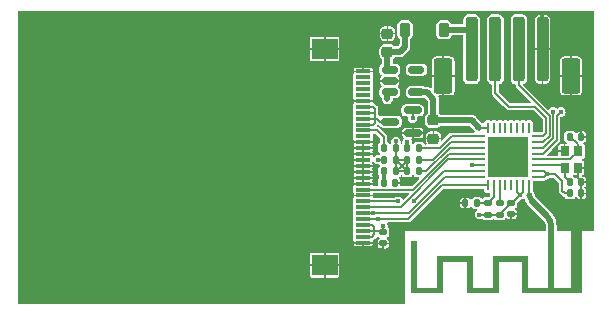
<source format=gbr>
%TF.GenerationSoftware,KiCad,Pcbnew,7.0.4-0*%
%TF.CreationDate,2024-03-15T14:37:27+08:00*%
%TF.ProjectId,hw,68772e6b-6963-4616-945f-706362585858,rev?*%
%TF.SameCoordinates,Original*%
%TF.FileFunction,Copper,L2,Bot*%
%TF.FilePolarity,Positive*%
%FSLAX46Y46*%
G04 Gerber Fmt 4.6, Leading zero omitted, Abs format (unit mm)*
G04 Created by KiCad (PCBNEW 7.0.4-0) date 2024-03-15 14:37:27*
%MOMM*%
%LPD*%
G01*
G04 APERTURE LIST*
G04 Aperture macros list*
%AMRoundRect*
0 Rectangle with rounded corners*
0 $1 Rounding radius*
0 $2 $3 $4 $5 $6 $7 $8 $9 X,Y pos of 4 corners*
0 Add a 4 corners polygon primitive as box body*
4,1,4,$2,$3,$4,$5,$6,$7,$8,$9,$2,$3,0*
0 Add four circle primitives for the rounded corners*
1,1,$1+$1,$2,$3*
1,1,$1+$1,$4,$5*
1,1,$1+$1,$6,$7*
1,1,$1+$1,$8,$9*
0 Add four rect primitives between the rounded corners*
20,1,$1+$1,$2,$3,$4,$5,0*
20,1,$1+$1,$4,$5,$6,$7,0*
20,1,$1+$1,$6,$7,$8,$9,0*
20,1,$1+$1,$8,$9,$2,$3,0*%
G04 Aperture macros list end*
%TA.AperFunction,SMDPad,CuDef*%
%ADD10RoundRect,0.225000X0.250000X-0.225000X0.250000X0.225000X-0.250000X0.225000X-0.250000X-0.225000X0*%
%TD*%
%TA.AperFunction,SMDPad,CuDef*%
%ADD11RoundRect,0.140000X0.140000X0.170000X-0.140000X0.170000X-0.140000X-0.170000X0.140000X-0.170000X0*%
%TD*%
%TA.AperFunction,SMDPad,CuDef*%
%ADD12RoundRect,0.135000X0.185000X-0.135000X0.185000X0.135000X-0.185000X0.135000X-0.185000X-0.135000X0*%
%TD*%
%TA.AperFunction,SMDPad,CuDef*%
%ADD13RoundRect,0.062500X0.062500X-0.375000X0.062500X0.375000X-0.062500X0.375000X-0.062500X-0.375000X0*%
%TD*%
%TA.AperFunction,SMDPad,CuDef*%
%ADD14RoundRect,0.062500X0.375000X-0.062500X0.375000X0.062500X-0.375000X0.062500X-0.375000X-0.062500X0*%
%TD*%
%TA.AperFunction,SMDPad,CuDef*%
%ADD15R,3.450000X3.450000*%
%TD*%
%TA.AperFunction,SMDPad,CuDef*%
%ADD16RoundRect,0.135000X-0.135000X-0.185000X0.135000X-0.185000X0.135000X0.185000X-0.135000X0.185000X0*%
%TD*%
%TA.AperFunction,SMDPad,CuDef*%
%ADD17RoundRect,0.250000X-0.250000X-2.500000X0.250000X-2.500000X0.250000X2.500000X-0.250000X2.500000X0*%
%TD*%
%TA.AperFunction,SMDPad,CuDef*%
%ADD18RoundRect,0.250000X-0.550000X-1.250000X0.550000X-1.250000X0.550000X1.250000X-0.550000X1.250000X0*%
%TD*%
%TA.AperFunction,ConnectorPad*%
%ADD19R,0.500000X0.500000*%
%TD*%
%TA.AperFunction,ComponentPad*%
%ADD20R,0.900000X0.500000*%
%TD*%
%TA.AperFunction,SMDPad,CuDef*%
%ADD21R,1.300000X0.300000*%
%TD*%
%TA.AperFunction,SMDPad,CuDef*%
%ADD22R,2.200000X1.800000*%
%TD*%
%TA.AperFunction,SMDPad,CuDef*%
%ADD23RoundRect,0.140000X0.170000X-0.140000X0.170000X0.140000X-0.170000X0.140000X-0.170000X-0.140000X0*%
%TD*%
%TA.AperFunction,SMDPad,CuDef*%
%ADD24RoundRect,0.135000X0.135000X0.185000X-0.135000X0.185000X-0.135000X-0.185000X0.135000X-0.185000X0*%
%TD*%
%TA.AperFunction,SMDPad,CuDef*%
%ADD25RoundRect,0.225000X-0.225000X-0.375000X0.225000X-0.375000X0.225000X0.375000X-0.225000X0.375000X0*%
%TD*%
%TA.AperFunction,SMDPad,CuDef*%
%ADD26RoundRect,0.150000X-0.512500X-0.150000X0.512500X-0.150000X0.512500X0.150000X-0.512500X0.150000X0*%
%TD*%
%TA.AperFunction,SMDPad,CuDef*%
%ADD27R,0.800000X0.900000*%
%TD*%
%TA.AperFunction,SMDPad,CuDef*%
%ADD28RoundRect,0.225000X-0.250000X0.225000X-0.250000X-0.225000X0.250000X-0.225000X0.250000X0.225000X0*%
%TD*%
%TA.AperFunction,SMDPad,CuDef*%
%ADD29RoundRect,0.150000X0.587500X0.150000X-0.587500X0.150000X-0.587500X-0.150000X0.587500X-0.150000X0*%
%TD*%
%TA.AperFunction,SMDPad,CuDef*%
%ADD30RoundRect,0.140000X-0.140000X-0.170000X0.140000X-0.170000X0.140000X0.170000X-0.140000X0.170000X0*%
%TD*%
%TA.AperFunction,ViaPad*%
%ADD31C,0.400000*%
%TD*%
%TA.AperFunction,Conductor*%
%ADD32C,0.508000*%
%TD*%
%TA.AperFunction,Conductor*%
%ADD33C,0.152400*%
%TD*%
%TA.AperFunction,Conductor*%
%ADD34C,0.203200*%
%TD*%
G04 APERTURE END LIST*
%TA.AperFunction,EtchedComponent*%
%TO.C,AE1*%
G36*
X148350000Y-84550000D02*
G01*
X143350000Y-84550000D01*
X143350000Y-81910000D01*
X141350000Y-81910000D01*
X141350000Y-84550000D01*
X138650000Y-84550000D01*
X138650000Y-81910000D01*
X136650000Y-81910000D01*
X136650000Y-84550000D01*
X133950000Y-84550000D01*
X133950000Y-80110000D01*
X134450000Y-80110000D01*
X134450000Y-84050000D01*
X136150000Y-84050000D01*
X136150000Y-81410000D01*
X139150000Y-81410000D01*
X139150000Y-84050000D01*
X140850000Y-84050000D01*
X140850000Y-81410000D01*
X143850000Y-81410000D01*
X143850000Y-84050000D01*
X145550000Y-84050000D01*
X145550000Y-79150000D01*
X146050000Y-79150000D01*
X146050000Y-84050000D01*
X147450000Y-84050000D01*
X147450000Y-79408158D01*
X147751778Y-79408158D01*
X147760218Y-79456417D01*
X147777112Y-79488643D01*
X147812372Y-79521313D01*
X147857682Y-79541408D01*
X147907267Y-79547982D01*
X147955353Y-79540092D01*
X147988245Y-79523186D01*
X148023185Y-79486416D01*
X148042847Y-79441622D01*
X148047583Y-79393215D01*
X148037742Y-79345605D01*
X148013674Y-79303203D01*
X147975731Y-79270419D01*
X147967819Y-79266065D01*
X147925156Y-79253957D01*
X147876637Y-79254700D01*
X147831122Y-79267600D01*
X147812511Y-79278213D01*
X147778868Y-79313447D01*
X147758309Y-79358632D01*
X147751778Y-79408158D01*
X147450000Y-79408158D01*
X147450000Y-79150000D01*
X148350000Y-79150000D01*
X148350000Y-79393215D01*
X148350000Y-84550000D01*
G37*
%TD.AperFunction*%
%TD*%
D10*
%TO.P,C1,1*%
%TO.N,Net-(D1-K)*%
X131920000Y-64090000D03*
%TO.P,C1,2*%
%TO.N,GND*%
X131920000Y-62540000D03*
%TD*%
D11*
%TO.P,C4,1*%
%TO.N,GND*%
X148330000Y-71290000D03*
%TO.P,C4,2*%
%TO.N,/40M_N*%
X147370000Y-71290000D03*
%TD*%
D12*
%TO.P,R1,1*%
%TO.N,/MCU_VCC*%
X140420000Y-77870000D03*
%TO.P,R1,2*%
%TO.N,/MCU_RST*%
X140420000Y-76850000D03*
%TD*%
D13*
%TO.P,U2,1,LNA_IN*%
%TO.N,/MCU_LNA*%
X143910000Y-75390000D03*
%TO.P,U2,2,VDD3P3*%
%TO.N,/MCU_VCC*%
X143410000Y-75390000D03*
%TO.P,U2,3,VDD3P3*%
X142910000Y-75390000D03*
%TO.P,U2,4,XTAL_32K_P/ADC1_CH0*%
%TO.N,unconnected-(U2-XTAL_32K_P{slash}ADC1_CH0-Pad4)*%
X142410000Y-75390000D03*
%TO.P,U2,5,XTAL_32K_N/ADC1_CH1*%
%TO.N,unconnected-(U2-XTAL_32K_N{slash}ADC1_CH1-Pad5)*%
X141910000Y-75390000D03*
%TO.P,U2,6,GPIO2/ADC1_CH2*%
%TO.N,/MCU_IO2*%
X141410000Y-75390000D03*
%TO.P,U2,7,CHIP_EN*%
%TO.N,/MCU_RST*%
X140910000Y-75390000D03*
%TO.P,U2,8,GPIO3/ADC1_CH3*%
%TO.N,/TFT_RST*%
X140410000Y-75390000D03*
D14*
%TO.P,U2,9,MTMS/GPIO4/ADC1_CH4*%
%TO.N,/TFT_CS*%
X139722500Y-74702500D03*
%TO.P,U2,10,MTDI/GPIO5/ADC2_CH0*%
%TO.N,/TFT_DC*%
X139722500Y-74202500D03*
%TO.P,U2,11,VDD3P3_RTC*%
%TO.N,/MCU_VCC*%
X139722500Y-73702500D03*
%TO.P,U2,12,MTCK/GPIO6*%
%TO.N,/TFT_CLK*%
X139722500Y-73202500D03*
%TO.P,U2,13,MTDO/GPIO7*%
%TO.N,/TFT_SDI*%
X139722500Y-72702500D03*
%TO.P,U2,14,GPIO8*%
%TO.N,/MCU_IO8*%
X139722500Y-72202500D03*
%TO.P,U2,15,GPIO9/BOOT*%
%TO.N,/MCU_IO9*%
X139722500Y-71702500D03*
%TO.P,U2,16,GPIO10*%
%TO.N,/TFT_BLK*%
X139722500Y-71202500D03*
D13*
%TO.P,U2,17,VDD3P3_CPU*%
%TO.N,/MCU_VCC*%
X140410000Y-70515000D03*
%TO.P,U2,18,VDD_SPI/GPIO11*%
%TO.N,unconnected-(U2-VDD_SPI{slash}GPIO11-Pad18)*%
X140910000Y-70515000D03*
%TO.P,U2,19,SPIHD/GPIO12*%
%TO.N,unconnected-(U2-SPIHD{slash}GPIO12-Pad19)*%
X141410000Y-70515000D03*
%TO.P,U2,20,SPIWP/GPIO13*%
%TO.N,unconnected-(U2-SPIWP{slash}GPIO13-Pad20)*%
X141910000Y-70515000D03*
%TO.P,U2,21,SPICS0/GPIO14*%
%TO.N,unconnected-(U2-SPICS0{slash}GPIO14-Pad21)*%
X142410000Y-70515000D03*
%TO.P,U2,22,SPICLK/GPIO15*%
%TO.N,unconnected-(U2-SPICLK{slash}GPIO15-Pad22)*%
X142910000Y-70515000D03*
%TO.P,U2,23,SPID/GPIO16*%
%TO.N,unconnected-(U2-SPID{slash}GPIO16-Pad23)*%
X143410000Y-70515000D03*
%TO.P,U2,24,SPIQ/GPIO17*%
%TO.N,unconnected-(U2-SPIQ{slash}GPIO17-Pad24)*%
X143910000Y-70515000D03*
D14*
%TO.P,U2,25,GPIO18/USB_D-*%
%TO.N,/USB_DN*%
X144597500Y-71202500D03*
%TO.P,U2,26,GPIO19/USB_D+*%
%TO.N,/USB_DP*%
X144597500Y-71702500D03*
%TO.P,U2,27,U0RXD/GPIO20*%
%TO.N,/DBG_RX*%
X144597500Y-72202500D03*
%TO.P,U2,28,U0TXD/GPIO21*%
%TO.N,/DBG_TX*%
X144597500Y-72702500D03*
%TO.P,U2,29,XTAL_N*%
%TO.N,/40M_N*%
X144597500Y-73202500D03*
%TO.P,U2,30,XTAL_P*%
%TO.N,/40M_P*%
X144597500Y-73702500D03*
%TO.P,U2,31,VDDA*%
%TO.N,/MCU_VCC*%
X144597500Y-74202500D03*
%TO.P,U2,32,VDDA*%
X144597500Y-74702500D03*
D15*
%TO.P,U2,33,GND*%
%TO.N,GND*%
X142160000Y-72952500D03*
%TD*%
D16*
%TO.P,R4,1*%
%TO.N,/MCU_VCC*%
X133590000Y-73210000D03*
%TO.P,R4,2*%
%TO.N,/MCU_IO9*%
X134610000Y-73210000D03*
%TD*%
D17*
%TO.P,J2,1,Pin_1*%
%TO.N,/USB_VCC*%
X139050000Y-63880000D03*
%TO.P,J2,2,Pin_2*%
%TO.N,/USB_DN*%
X141050000Y-63880000D03*
%TO.P,J2,3,Pin_3*%
%TO.N,/USB_DP*%
X143050000Y-63880000D03*
%TO.P,J2,4,Pin_4*%
%TO.N,GND*%
X145050000Y-63880000D03*
D18*
%TO.P,J2,MP,MountPin*%
X136650000Y-66130000D03*
X147450000Y-66130000D03*
%TD*%
D19*
%TO.P,AE1,1*%
%TO.N,/MCU_LNA*%
X145800000Y-79400000D03*
D20*
%TO.P,AE1,2*%
%TO.N,GND*%
X147900000Y-79400000D03*
%TD*%
D16*
%TO.P,R3,1*%
%TO.N,/MCU_VCC*%
X133590001Y-74200000D03*
%TO.P,R3,2*%
%TO.N,/MCU_IO8*%
X134610001Y-74200000D03*
%TD*%
D21*
%TO.P,J1,1,Pin_1*%
%TO.N,GND*%
X129850000Y-80250000D03*
%TO.P,J1,2,Pin_2*%
%TO.N,/MCU_VCC*%
X129850000Y-79750000D03*
%TO.P,J1,3,Pin_3*%
X129850000Y-79250000D03*
%TO.P,J1,4,Pin_4*%
X129850000Y-78750000D03*
%TO.P,J1,5,Pin_5*%
%TO.N,/TFT_RST*%
X129850000Y-78250000D03*
%TO.P,J1,6,Pin_6*%
%TO.N,/TFT_CS*%
X129850000Y-77750000D03*
%TO.P,J1,7,Pin_7*%
%TO.N,/TFT_CLK*%
X129850000Y-77250000D03*
%TO.P,J1,8,Pin_8*%
%TO.N,/TFT_DC*%
X129850000Y-76750000D03*
%TO.P,J1,9,Pin_9*%
%TO.N,GND*%
X129850000Y-76250000D03*
%TO.P,J1,10,Pin_10*%
%TO.N,/TFT_SDI*%
X129850000Y-75750000D03*
%TO.P,J1,11,Pin_11*%
%TO.N,GND*%
X129850000Y-75250000D03*
%TO.P,J1,12,Pin_12*%
X129850000Y-74750000D03*
%TO.P,J1,13,Pin_13*%
X129850000Y-74250000D03*
%TO.P,J1,14,Pin_14*%
X129850000Y-73750000D03*
%TO.P,J1,15,Pin_15*%
X129850000Y-73250000D03*
%TO.P,J1,16,Pin_16*%
X129850000Y-72750000D03*
%TO.P,J1,17,Pin_17*%
X129850000Y-72250000D03*
%TO.P,J1,18,Pin_18*%
X129850000Y-71750000D03*
%TO.P,J1,19,Pin_19*%
%TO.N,unconnected-(J1-Pin_19-Pad19)*%
X129850000Y-71250000D03*
%TO.P,J1,20,Pin_20*%
%TO.N,/TFT_LEDA*%
X129850000Y-70750000D03*
%TO.P,J1,21,Pin_21*%
%TO.N,/TFT_LEDK*%
X129850000Y-70250000D03*
%TO.P,J1,22,Pin_22*%
X129850000Y-69750000D03*
%TO.P,J1,23,Pin_23*%
X129850000Y-69250000D03*
%TO.P,J1,24,Pin_24*%
X129850000Y-68750000D03*
%TO.P,J1,25,Pin_25*%
%TO.N,GND*%
X129850000Y-68250000D03*
%TO.P,J1,26,Pin_26*%
%TO.N,unconnected-(J1-Pin_26-Pad26)*%
X129850000Y-67750000D03*
%TO.P,J1,27,Pin_27*%
%TO.N,unconnected-(J1-Pin_27-Pad27)*%
X129850000Y-67250000D03*
%TO.P,J1,28,Pin_28*%
%TO.N,unconnected-(J1-Pin_28-Pad28)*%
X129850000Y-66750000D03*
%TO.P,J1,29,Pin_29*%
%TO.N,unconnected-(J1-Pin_29-Pad29)*%
X129850000Y-66250000D03*
%TO.P,J1,30,Pin_30*%
%TO.N,GND*%
X129850000Y-65750000D03*
D22*
%TO.P,J1,MP,MountPin*%
X126600000Y-82150000D03*
X126600000Y-63850000D03*
%TD*%
D11*
%TO.P,C3,1*%
%TO.N,GND*%
X148330000Y-75110000D03*
%TO.P,C3,2*%
%TO.N,/40M_P*%
X147370000Y-75110000D03*
%TD*%
D23*
%TO.P,C8,1*%
%TO.N,GND*%
X142390000Y-77820000D03*
%TO.P,C8,2*%
%TO.N,/MCU_VCC*%
X142390000Y-76860000D03*
%TD*%
D12*
%TO.P,R2,1*%
%TO.N,/MCU_VCC*%
X141410000Y-77870000D03*
%TO.P,R2,2*%
%TO.N,/MCU_IO2*%
X141410000Y-76850000D03*
%TD*%
D24*
%TO.P,R8,1*%
%TO.N,/TFT_BLK*%
X134610000Y-72220000D03*
%TO.P,R8,2*%
%TO.N,Net-(Q1-B)*%
X133590000Y-72220000D03*
%TD*%
D25*
%TO.P,D1,1,K*%
%TO.N,Net-(D1-K)*%
X133400000Y-62230000D03*
%TO.P,D1,2,A*%
%TO.N,/USB_VCC*%
X136700000Y-62230000D03*
%TD*%
D26*
%TO.P,U1,1,VIN*%
%TO.N,Net-(D1-K)*%
X132100000Y-67500000D03*
%TO.P,U1,2,GND*%
%TO.N,GND*%
X132100000Y-66550000D03*
%TO.P,U1,3,EN*%
%TO.N,Net-(D1-K)*%
X132100000Y-65600000D03*
%TO.P,U1,4,NC*%
%TO.N,unconnected-(U1-NC-Pad4)*%
X134375000Y-65600000D03*
%TO.P,U1,5,VOUT*%
%TO.N,/MCU_VCC*%
X134375000Y-67500000D03*
%TD*%
D27*
%TO.P,Y1,1,1*%
%TO.N,/40M_P*%
X146910000Y-73900000D03*
%TO.P,Y1,2,2*%
%TO.N,GND*%
X146910000Y-72500000D03*
%TO.P,Y1,3,3*%
%TO.N,/40M_N*%
X148010000Y-72500000D03*
%TO.P,Y1,4,4*%
%TO.N,GND*%
X148010000Y-73900000D03*
%TD*%
D11*
%TO.P,C5,1*%
%TO.N,/MCU_RST*%
X139470000Y-76890000D03*
%TO.P,C5,2*%
%TO.N,GND*%
X138510000Y-76890000D03*
%TD*%
D28*
%TO.P,C2,1*%
%TO.N,/MCU_VCC*%
X135810000Y-69885000D03*
%TO.P,C2,2*%
%TO.N,GND*%
X135810000Y-71435000D03*
%TD*%
D29*
%TO.P,Q1,1,B*%
%TO.N,Net-(Q1-B)*%
X134047500Y-69050000D03*
%TO.P,Q1,2,E*%
%TO.N,GND*%
X134047500Y-70950000D03*
%TO.P,Q1,3,C*%
%TO.N,/TFT_LEDK*%
X132172500Y-70000000D03*
%TD*%
D24*
%TO.P,R6,1*%
%TO.N,/MCU_VCC*%
X132630000Y-73210000D03*
%TO.P,R6,2*%
%TO.N,/TFT_CS*%
X131610000Y-73210000D03*
%TD*%
%TO.P,R5,1*%
%TO.N,/MCU_VCC*%
X132630000Y-74200000D03*
%TO.P,R5,2*%
%TO.N,/TFT_RST*%
X131610000Y-74200000D03*
%TD*%
D23*
%TO.P,C7,1*%
%TO.N,GND*%
X131570000Y-80310000D03*
%TO.P,C7,2*%
%TO.N,/MCU_VCC*%
X131570000Y-79350000D03*
%TD*%
D11*
%TO.P,C9,1*%
%TO.N,GND*%
X148332500Y-76077500D03*
%TO.P,C9,2*%
%TO.N,/MCU_VCC*%
X147372500Y-76077500D03*
%TD*%
D24*
%TO.P,R7,1*%
%TO.N,/MCU_VCC*%
X132630000Y-72220000D03*
%TO.P,R7,2*%
%TO.N,/TFT_LEDA*%
X131610000Y-72220000D03*
%TD*%
D30*
%TO.P,C6,1*%
%TO.N,/TFT_RST*%
X131620000Y-75180000D03*
%TO.P,C6,2*%
%TO.N,GND*%
X132580000Y-75180000D03*
%TD*%
D31*
%TO.N,GND*%
X125000000Y-61000000D03*
X129000000Y-85000000D03*
X117000000Y-61000000D03*
X101000000Y-81000000D03*
X141064000Y-71804000D03*
X137000000Y-79000000D03*
X146628223Y-77818223D03*
X113000000Y-85000000D03*
X136700000Y-71100000D03*
X144050000Y-77710000D03*
X134940000Y-68310000D03*
X111000000Y-85000000D03*
X101000000Y-75000000D03*
X133000000Y-61000000D03*
X143350000Y-71804000D03*
X127830000Y-70020000D03*
X117000000Y-85000000D03*
X138790000Y-70650000D03*
X146100000Y-72530000D03*
X145820000Y-77010000D03*
X144650000Y-70460000D03*
X125000000Y-85000000D03*
X143241777Y-76901777D03*
X145011777Y-76201777D03*
X119000000Y-85000000D03*
X133200000Y-75180000D03*
X134810000Y-69830000D03*
X113000000Y-61000000D03*
X149000000Y-71000000D03*
X127830000Y-78020000D03*
X127830000Y-80020000D03*
X149000000Y-61000000D03*
X121000000Y-85000000D03*
X101000000Y-85000000D03*
X101000000Y-65000000D03*
X135200000Y-70700000D03*
X132640000Y-63280000D03*
X123000000Y-85000000D03*
X101000000Y-69000000D03*
X123000000Y-61000000D03*
X147000000Y-61000000D03*
X131000000Y-85000000D03*
X109000000Y-85000000D03*
X146730000Y-71690000D03*
X130970000Y-71600000D03*
X107000000Y-61000000D03*
X143350000Y-72947000D03*
X141064000Y-72947000D03*
X107000000Y-85000000D03*
X132270000Y-76250000D03*
X127830000Y-76020000D03*
X115000000Y-61000000D03*
X101000000Y-83000000D03*
X132110000Y-70880000D03*
X147000000Y-79000000D03*
X131000000Y-61000000D03*
X149000000Y-65000000D03*
X145000000Y-61000000D03*
X129000000Y-61000000D03*
X139000000Y-79000000D03*
X135000000Y-61000000D03*
X111000000Y-61000000D03*
X142207000Y-71804000D03*
X101000000Y-67000000D03*
X149000000Y-77000000D03*
X101000000Y-71000000D03*
X133000000Y-83000000D03*
X141064000Y-74090000D03*
X127830000Y-68020000D03*
X145000000Y-79000000D03*
X149000000Y-73000000D03*
X101000000Y-61000000D03*
X143460000Y-68160000D03*
X133480000Y-66540000D03*
X143350000Y-74090000D03*
X105000000Y-85000000D03*
X149000000Y-63000000D03*
X134920000Y-66520000D03*
X101000000Y-79000000D03*
X144650000Y-78300000D03*
X137000000Y-61000000D03*
X127830000Y-66020000D03*
X127000000Y-61000000D03*
X101000000Y-77000000D03*
X149000000Y-79000000D03*
X127830000Y-74020000D03*
X115000000Y-85000000D03*
X145350000Y-68380000D03*
X101000000Y-63000000D03*
X103000000Y-61000000D03*
X101000000Y-73000000D03*
X142207000Y-74090000D03*
X142207000Y-72947000D03*
X132010000Y-69000000D03*
X127000000Y-85000000D03*
X109000000Y-61000000D03*
X133000000Y-85000000D03*
X149000000Y-69000000D03*
X141000000Y-79000000D03*
X105000000Y-61000000D03*
X134960000Y-71520000D03*
X143000000Y-79000000D03*
X119000000Y-61000000D03*
X133000000Y-79000000D03*
X135000000Y-79000000D03*
X103000000Y-85000000D03*
X121000000Y-61000000D03*
X146520000Y-68380000D03*
X149000000Y-67000000D03*
X127830000Y-72020000D03*
X133000000Y-81000000D03*
X149000000Y-75000000D03*
%TO.N,/MCU_VCC*%
X131570000Y-78860000D03*
X133110000Y-73720000D03*
X139700000Y-77870000D03*
X135810000Y-69040000D03*
X143160000Y-76190000D03*
X145395000Y-74455000D03*
X139700000Y-70520000D03*
X139040000Y-73700000D03*
X132630000Y-71680000D03*
%TO.N,/DBG_TX*%
X146590000Y-69190000D03*
%TO.N,/DBG_RX*%
X145950000Y-69160000D03*
%TO.N,/TFT_DC*%
X134132713Y-76752713D03*
X132830000Y-76750000D03*
%TO.N,/TFT_CS*%
X131110000Y-73210000D03*
X130710000Y-77750000D03*
%TO.N,Net-(Q1-B)*%
X133590000Y-71700000D03*
X134050000Y-69720000D03*
%TO.N,/TFT_RST*%
X131610000Y-74700000D03*
X131140000Y-78250000D03*
%TO.N,Net-(D1-K)*%
X131920000Y-68070000D03*
X131920000Y-65070000D03*
%TD*%
D32*
%TO.N,/MCU_LNA*%
X145410000Y-78000000D02*
X144137991Y-76727991D01*
D33*
X143910000Y-75390000D02*
X143910000Y-76177574D01*
D32*
X145800000Y-79400000D02*
X145800000Y-78941543D01*
X145799982Y-78941543D02*
G75*
G03*
X145410000Y-78000000I-1331482J43D01*
G01*
D33*
X143910011Y-76177574D02*
G75*
G03*
X143940000Y-76250000I102389J-26D01*
G01*
D32*
X143940006Y-76250000D02*
G75*
G03*
X144137991Y-76727991I675994J0D01*
G01*
D33*
%TO.N,GND*%
X146100000Y-72530000D02*
X146100000Y-72230000D01*
X148010000Y-73900000D02*
X148010000Y-74790000D01*
X146100000Y-72230000D02*
X146640000Y-71690000D01*
X132580000Y-75180000D02*
X133200000Y-75180000D01*
X146640000Y-71690000D02*
X146730000Y-71690000D01*
X148010000Y-74790000D02*
X148330000Y-75110000D01*
D32*
%TO.N,/USB_VCC*%
X136700000Y-62230000D02*
X139050000Y-62230000D01*
X139050000Y-62230000D02*
X139050000Y-63880000D01*
D33*
%TO.N,/MCU_VCC*%
X140410000Y-70515000D02*
X139705000Y-70515000D01*
D34*
X132630000Y-74200000D02*
X133110000Y-73720000D01*
X130820000Y-79250000D02*
X130820000Y-79540000D01*
X133590000Y-73240000D02*
X133110000Y-73720000D01*
X143160000Y-76190000D02*
X143410000Y-75940000D01*
X146730000Y-75060000D02*
X146730000Y-75850000D01*
X143410000Y-75940000D02*
X143410000Y-75390000D01*
X129850000Y-79250000D02*
X130820000Y-79250000D01*
D32*
X139065000Y-69885000D02*
X139700000Y-70520000D01*
D34*
X145395000Y-74455000D02*
X146125000Y-74455000D01*
X145142500Y-74202500D02*
X144597500Y-74202500D01*
X132630000Y-72220000D02*
X132630000Y-73210000D01*
X130820000Y-79540000D02*
X130610000Y-79750000D01*
X141410000Y-77870000D02*
X141410000Y-77840000D01*
X132630000Y-74200000D02*
X133590001Y-74200000D01*
X146125000Y-74455000D02*
X146730000Y-75060000D01*
X142490000Y-76860000D02*
X143160000Y-76190000D01*
X132630000Y-73210000D02*
X132630000Y-74200000D01*
X132630000Y-73239999D02*
X133590001Y-74200000D01*
X130620000Y-78750000D02*
X130820000Y-78950000D01*
D33*
X139705000Y-70515000D02*
X139700000Y-70520000D01*
D34*
X131570000Y-79350000D02*
X131570000Y-78860000D01*
X133590000Y-74199999D02*
X133590001Y-74200000D01*
X141410000Y-77840000D02*
X142390000Y-76860000D01*
X146730000Y-75850000D02*
X146957500Y-76077500D01*
D32*
X135810000Y-69885000D02*
X139065000Y-69885000D01*
D34*
X139042500Y-73702500D02*
X139040000Y-73700000D01*
X132630000Y-73210000D02*
X133590000Y-73210000D01*
X133590000Y-73210000D02*
X133590000Y-73240000D01*
X145395000Y-74455000D02*
X145142500Y-74202500D01*
X145147500Y-74702500D02*
X145395000Y-74455000D01*
X132630000Y-72220000D02*
X132630000Y-71680000D01*
X144597500Y-74702500D02*
X145147500Y-74702500D01*
X130610000Y-79750000D02*
X129850000Y-79750000D01*
X142390000Y-76860000D02*
X142490000Y-76860000D01*
X130820000Y-78950000D02*
X130820000Y-79250000D01*
X142910000Y-75390000D02*
X142910000Y-75940000D01*
X142910000Y-75940000D02*
X143160000Y-76190000D01*
X133590000Y-73210000D02*
X133590000Y-74199999D01*
X139700000Y-77870000D02*
X141410000Y-77870000D01*
X131470000Y-79250000D02*
X131570000Y-79350000D01*
D32*
X135810000Y-68060000D02*
X135810000Y-69040000D01*
X135250000Y-67500000D02*
X135810000Y-68060000D01*
D34*
X129850000Y-78750000D02*
X130620000Y-78750000D01*
X139722500Y-73702500D02*
X139042500Y-73702500D01*
X146957500Y-76077500D02*
X147372500Y-76077500D01*
X132630000Y-73210000D02*
X132630000Y-73239999D01*
X130820000Y-79250000D02*
X131470000Y-79250000D01*
D32*
X134375000Y-67500000D02*
X135250000Y-67500000D01*
X135810000Y-69040000D02*
X135810000Y-69885000D01*
D33*
%TO.N,/40M_P*%
X146910000Y-73900000D02*
X146910000Y-74650000D01*
X146910000Y-74650000D02*
X147370000Y-75110000D01*
X146712500Y-73702500D02*
X146910000Y-73900000D01*
X144597500Y-73702500D02*
X146712500Y-73702500D01*
%TO.N,/40M_N*%
X148010000Y-72600000D02*
X148010000Y-72500000D01*
X148010000Y-71930000D02*
X148010000Y-72500000D01*
X147370000Y-71290000D02*
X148010000Y-71930000D01*
X144597500Y-73202500D02*
X147407500Y-73202500D01*
X147407500Y-73202500D02*
X148010000Y-72600000D01*
%TO.N,/MCU_RST*%
X139510000Y-76850000D02*
X139470000Y-76890000D01*
X140420000Y-76850000D02*
X139510000Y-76850000D01*
X140910000Y-75390000D02*
X140910000Y-76360000D01*
X140910000Y-76360000D02*
X140420000Y-76850000D01*
%TO.N,/USB_DP*%
X144597500Y-71702500D02*
X145127500Y-71702500D01*
X143050000Y-66938948D02*
X143050000Y-63880000D01*
X145127500Y-71702500D02*
X145644800Y-71185200D01*
X145644800Y-69533748D02*
X143050000Y-66938948D01*
X145644800Y-71185200D02*
X145644800Y-69533748D01*
%TO.N,/DBG_TX*%
X146254400Y-69525600D02*
X146590000Y-69190000D01*
X145127500Y-72702500D02*
X146254400Y-71575600D01*
X146254400Y-71575600D02*
X146254400Y-69525600D01*
X144597500Y-72702500D02*
X145127500Y-72702500D01*
%TO.N,/DBG_RX*%
X145949600Y-71380400D02*
X145949600Y-69160400D01*
X145949600Y-69160400D02*
X145950000Y-69160000D01*
X145127500Y-72202500D02*
X145949600Y-71380400D01*
X144597500Y-72202500D02*
X145127500Y-72202500D01*
%TO.N,/MCU_IO9*%
X135776844Y-73210000D02*
X134610000Y-73210000D01*
X137284344Y-71702500D02*
X135776844Y-73210000D01*
X139722500Y-71702500D02*
X137284344Y-71702500D01*
%TO.N,/MCU_IO2*%
X141410000Y-75390000D02*
X141410000Y-76850000D01*
%TO.N,/MCU_IO8*%
X137215396Y-72202500D02*
X135217896Y-74200000D01*
X139722500Y-72202500D02*
X137215396Y-72202500D01*
X135217896Y-74200000D02*
X134610001Y-74200000D01*
%TO.N,/USB_DN*%
X144400000Y-68720000D02*
X142170000Y-68720000D01*
X145127500Y-71202500D02*
X145340000Y-70990000D01*
X141050000Y-67600000D02*
X141050000Y-63880000D01*
X142170000Y-68720000D02*
X141050000Y-67600000D01*
X145340000Y-69660000D02*
X144400000Y-68720000D01*
X144597500Y-71202500D02*
X145127500Y-71202500D01*
X145340000Y-70990000D02*
X145340000Y-69660000D01*
D34*
%TO.N,/TFT_LEDK*%
X129850000Y-68750000D02*
X130680000Y-68750000D01*
X131060000Y-69750000D02*
X131310000Y-70000000D01*
X130840000Y-69750000D02*
X130840000Y-70090000D01*
X130840000Y-70090000D02*
X130680000Y-70250000D01*
X130840000Y-69750000D02*
X131060000Y-69750000D01*
X129850000Y-69750000D02*
X130840000Y-69750000D01*
X130680000Y-70250000D02*
X129850000Y-70250000D01*
X131310000Y-70000000D02*
X132172500Y-70000000D01*
X130680000Y-68750000D02*
X130840000Y-68910000D01*
X129850000Y-69250000D02*
X130840000Y-69250000D01*
X130840000Y-68910000D02*
X130840000Y-69250000D01*
X130840000Y-69250000D02*
X130840000Y-69750000D01*
%TO.N,/TFT_LEDA*%
X131610000Y-71330000D02*
X131610000Y-72220000D01*
X129850000Y-70750000D02*
X131030000Y-70750000D01*
X131030000Y-70750000D02*
X131610000Y-71330000D01*
D33*
%TO.N,/TFT_SDI*%
X139722500Y-72702500D02*
X137146448Y-72702500D01*
X137146448Y-72702500D02*
X134098948Y-75750000D01*
X134098948Y-75750000D02*
X129850000Y-75750000D01*
%TO.N,/TFT_DC*%
X139722500Y-74202500D02*
X136682926Y-74202500D01*
X129850000Y-76750000D02*
X132830000Y-76750000D01*
X136682926Y-74202500D02*
X134132713Y-76752713D01*
%TO.N,/TFT_CLK*%
X139722500Y-73202500D02*
X137077500Y-73202500D01*
X133030000Y-77250000D02*
X129850000Y-77250000D01*
X137077500Y-73202500D02*
X133030000Y-77250000D01*
%TO.N,/TFT_CS*%
X131610000Y-73210000D02*
X131110000Y-73210000D01*
X129850000Y-77750000D02*
X130710000Y-77750000D01*
X133750000Y-77750000D02*
X130710000Y-77750000D01*
X136797500Y-74702500D02*
X133750000Y-77750000D01*
X139722500Y-74702500D02*
X136797500Y-74702500D01*
%TO.N,/TFT_BLK*%
X137353292Y-71202500D02*
X136335792Y-72220000D01*
X139722500Y-71202500D02*
X137353292Y-71202500D01*
X136335792Y-72220000D02*
X134610000Y-72220000D01*
%TO.N,Net-(Q1-B)*%
X134047500Y-69050000D02*
X134047500Y-69717500D01*
X133590000Y-72220000D02*
X133590000Y-71700000D01*
X134047500Y-69717500D02*
X134050000Y-69720000D01*
%TO.N,/TFT_RST*%
X131620000Y-75180000D02*
X131620000Y-74710000D01*
X131620000Y-74710000D02*
X131610000Y-74700000D01*
X131140000Y-78250000D02*
X133681052Y-78250000D01*
X133681052Y-78250000D02*
X136541052Y-75390000D01*
X131140000Y-78250000D02*
X129850000Y-78250000D01*
X136541052Y-75390000D02*
X140410000Y-75390000D01*
X131610000Y-74200000D02*
X131610000Y-74700000D01*
D32*
%TO.N,Net-(D1-K)*%
X132950000Y-64090000D02*
X133400000Y-63640000D01*
X131920000Y-65070000D02*
X131920000Y-65420000D01*
X131920000Y-64090000D02*
X132950000Y-64090000D01*
X131920000Y-64090000D02*
X131920000Y-65070000D01*
X131920000Y-67680000D02*
X132100000Y-67500000D01*
X131920000Y-68070000D02*
X131920000Y-67680000D01*
X133400000Y-63640000D02*
X133400000Y-62230000D01*
X131920000Y-65420000D02*
X132100000Y-65600000D01*
%TD*%
%TA.AperFunction,Conductor*%
%TO.N,GND*%
G36*
X149373138Y-60617593D02*
G01*
X149398858Y-60662142D01*
X149400000Y-60675200D01*
X149400000Y-79214800D01*
X149382407Y-79263138D01*
X149337858Y-79288858D01*
X149324800Y-79290000D01*
X146332900Y-79290000D01*
X146284562Y-79272407D01*
X146258842Y-79227858D01*
X146257700Y-79214800D01*
X146257700Y-78906002D01*
X146257682Y-78905547D01*
X146257683Y-78878891D01*
X146257685Y-78824284D01*
X146227077Y-78591742D01*
X146166376Y-78365184D01*
X146076622Y-78148489D01*
X146064856Y-78128108D01*
X145959350Y-77945361D01*
X145959348Y-77945358D01*
X145816578Y-77759295D01*
X145816561Y-77759275D01*
X145793002Y-77735717D01*
X145793001Y-77735715D01*
X144469419Y-76412134D01*
X144469415Y-76412125D01*
X144469413Y-76412128D01*
X144463381Y-76406094D01*
X144460138Y-76402396D01*
X144445096Y-76382794D01*
X144432971Y-76366992D01*
X144423163Y-76350002D01*
X144408930Y-76315640D01*
X144403852Y-76296685D01*
X144398022Y-76252400D01*
X144397700Y-76247487D01*
X144397700Y-76189744D01*
X144392641Y-76170863D01*
X144366508Y-76073335D01*
X144358371Y-76059242D01*
X144344180Y-76034661D01*
X144306251Y-75968966D01*
X144306249Y-75968964D01*
X144306247Y-75968961D01*
X144248840Y-75911554D01*
X144227100Y-75864934D01*
X144228259Y-75843709D01*
X144238700Y-75791218D01*
X144238700Y-75106400D01*
X144256293Y-75058062D01*
X144300842Y-75032342D01*
X144313900Y-75031200D01*
X144998719Y-75031200D01*
X145018756Y-75027214D01*
X145076366Y-75015755D01*
X145076367Y-75015754D01*
X145079304Y-75015170D01*
X145101306Y-75010261D01*
X145104587Y-75010109D01*
X145104590Y-75010110D01*
X145146158Y-75008188D01*
X145153687Y-75007840D01*
X145155424Y-75007800D01*
X145175786Y-75007800D01*
X145175789Y-75007800D01*
X145180196Y-75006975D01*
X145185376Y-75006375D01*
X145196889Y-75005842D01*
X145218609Y-75004838D01*
X145230430Y-74999617D01*
X145246989Y-74994490D01*
X145259697Y-74992115D01*
X145287986Y-74974597D01*
X145292591Y-74972171D01*
X145305874Y-74966306D01*
X145323025Y-74958734D01*
X145332168Y-74949589D01*
X145345748Y-74938833D01*
X145356742Y-74932027D01*
X145376795Y-74905471D01*
X145380200Y-74901557D01*
X145405084Y-74876673D01*
X145446490Y-74855576D01*
X145521305Y-74843727D01*
X145635247Y-74785671D01*
X145638592Y-74782326D01*
X145685212Y-74760586D01*
X145691766Y-74760300D01*
X145967393Y-74760300D01*
X146015731Y-74777893D01*
X146020567Y-74782326D01*
X146402674Y-75164433D01*
X146424414Y-75211053D01*
X146424700Y-75217607D01*
X146424700Y-75787930D01*
X146422715Y-75800100D01*
X146423352Y-75800189D01*
X146422389Y-75807087D01*
X146424660Y-75856185D01*
X146424700Y-75857922D01*
X146424700Y-75878289D01*
X146424700Y-75878291D01*
X146424699Y-75878291D01*
X146425524Y-75882707D01*
X146426123Y-75887874D01*
X146427661Y-75921107D01*
X146432883Y-75932933D01*
X146438008Y-75949485D01*
X146439117Y-75955417D01*
X146440384Y-75962195D01*
X146440385Y-75962197D01*
X146451316Y-75979850D01*
X146457897Y-75990479D01*
X146460327Y-75995089D01*
X146473766Y-76025525D01*
X146482906Y-76034665D01*
X146493667Y-76048250D01*
X146500472Y-76059241D01*
X146500475Y-76059245D01*
X146527022Y-76079291D01*
X146530944Y-76082703D01*
X146619104Y-76170863D01*
X146697729Y-76249488D01*
X146704932Y-76259498D01*
X146705445Y-76259111D01*
X146709641Y-76264668D01*
X146745984Y-76297799D01*
X146747217Y-76298976D01*
X146754738Y-76306497D01*
X146761624Y-76313383D01*
X146761626Y-76313385D01*
X146765326Y-76315919D01*
X146769410Y-76319155D01*
X146793996Y-76341567D01*
X146793999Y-76341568D01*
X146806048Y-76346236D01*
X146821384Y-76354320D01*
X146832042Y-76361621D01*
X146832045Y-76361623D01*
X146832047Y-76361624D01*
X146864437Y-76369241D01*
X146869403Y-76370779D01*
X146882914Y-76376014D01*
X146891669Y-76379406D01*
X146930386Y-76413274D01*
X146932656Y-76417746D01*
X146946612Y-76447676D01*
X146946617Y-76447683D01*
X147032316Y-76533382D01*
X147032319Y-76533384D01*
X147032321Y-76533386D01*
X147142172Y-76584610D01*
X147192228Y-76591200D01*
X147192230Y-76591200D01*
X147552770Y-76591200D01*
X147552772Y-76591200D01*
X147602828Y-76584610D01*
X147712679Y-76533386D01*
X147798386Y-76447679D01*
X147812018Y-76418443D01*
X147848390Y-76382071D01*
X147899634Y-76377587D01*
X147941772Y-76407091D01*
X147944163Y-76411332D01*
X147947094Y-76415611D01*
X148024388Y-76492905D01*
X148024391Y-76492907D01*
X148124396Y-76537064D01*
X148148842Y-76539899D01*
X148256300Y-76539899D01*
X148256300Y-76153700D01*
X148408700Y-76153700D01*
X148408700Y-76539899D01*
X148516151Y-76539899D01*
X148540608Y-76537063D01*
X148640604Y-76492910D01*
X148640611Y-76492905D01*
X148717905Y-76415611D01*
X148717907Y-76415608D01*
X148762064Y-76315603D01*
X148764900Y-76291157D01*
X148764900Y-76153700D01*
X148408700Y-76153700D01*
X148256300Y-76153700D01*
X148256300Y-75604048D01*
X148258608Y-75597704D01*
X148254918Y-75589789D01*
X148403893Y-75589789D01*
X148408412Y-75599474D01*
X148408700Y-75606047D01*
X148408700Y-76001300D01*
X148764899Y-76001300D01*
X148764899Y-75863849D01*
X148762063Y-75839391D01*
X148717910Y-75739395D01*
X148717905Y-75739388D01*
X148640611Y-75662094D01*
X148640604Y-75662089D01*
X148640379Y-75661990D01*
X148640179Y-75661798D01*
X148634858Y-75658153D01*
X148635462Y-75657271D01*
X148603266Y-75626371D01*
X148597732Y-75575230D01*
X148626366Y-75532496D01*
X148635240Y-75527372D01*
X148638111Y-75525405D01*
X148715405Y-75448111D01*
X148715407Y-75448108D01*
X148759564Y-75348103D01*
X148762400Y-75323657D01*
X148762400Y-75186200D01*
X148406200Y-75186200D01*
X148406200Y-75583451D01*
X148403893Y-75589789D01*
X148254918Y-75589789D01*
X148254086Y-75588005D01*
X148253800Y-75581451D01*
X148253800Y-75109000D01*
X148271393Y-75060662D01*
X148315942Y-75034942D01*
X148329000Y-75033800D01*
X148762399Y-75033800D01*
X148762399Y-74896349D01*
X148759563Y-74871891D01*
X148715410Y-74771895D01*
X148715405Y-74771888D01*
X148638111Y-74694594D01*
X148638108Y-74694592D01*
X148538103Y-74650435D01*
X148513657Y-74647600D01*
X148458560Y-74647600D01*
X148410222Y-74630007D01*
X148384502Y-74585458D01*
X148393435Y-74534800D01*
X148432840Y-74501735D01*
X148443889Y-74498645D01*
X148469462Y-74493558D01*
X148469464Y-74493557D01*
X148519873Y-74459873D01*
X148553557Y-74409464D01*
X148553558Y-74409462D01*
X148562400Y-74365012D01*
X148562400Y-73976200D01*
X148086200Y-73976200D01*
X148086200Y-74502400D01*
X148103158Y-74502400D01*
X148151496Y-74519993D01*
X148177216Y-74564542D01*
X148168283Y-74615200D01*
X148128878Y-74648265D01*
X148122896Y-74650163D01*
X148121893Y-74650435D01*
X148021895Y-74694589D01*
X148021888Y-74694594D01*
X147944594Y-74771888D01*
X147940653Y-74777642D01*
X147938375Y-74776081D01*
X147910829Y-74804770D01*
X147859686Y-74810291D01*
X147816959Y-74781648D01*
X147809518Y-74769055D01*
X147795887Y-74739823D01*
X147795882Y-74739816D01*
X147710183Y-74654117D01*
X147710176Y-74654112D01*
X147692251Y-74645754D01*
X147655878Y-74609381D01*
X147651394Y-74558137D01*
X147680899Y-74516000D01*
X147724032Y-74502400D01*
X147933800Y-74502400D01*
X147933800Y-73899000D01*
X147951393Y-73850662D01*
X147995942Y-73824942D01*
X148009000Y-73823800D01*
X148562400Y-73823800D01*
X148562400Y-73434987D01*
X148553558Y-73390537D01*
X148553557Y-73390535D01*
X148519873Y-73340126D01*
X148469464Y-73306442D01*
X148469462Y-73306441D01*
X148436612Y-73299907D01*
X148392636Y-73273221D01*
X148376102Y-73224510D01*
X148394746Y-73176568D01*
X148436612Y-73152397D01*
X148489480Y-73141881D01*
X148556860Y-73096860D01*
X148601881Y-73029480D01*
X148613700Y-72970064D01*
X148613700Y-72029936D01*
X148601881Y-71970520D01*
X148601879Y-71970517D01*
X148601879Y-71970516D01*
X148556860Y-71903139D01*
X148524804Y-71881721D01*
X148494386Y-71840238D01*
X148497750Y-71788908D01*
X148533321Y-71751749D01*
X148536207Y-71750401D01*
X148638108Y-71705407D01*
X148638111Y-71705405D01*
X148715405Y-71628111D01*
X148715407Y-71628108D01*
X148759564Y-71528103D01*
X148762400Y-71503657D01*
X148762400Y-71366200D01*
X148329000Y-71366200D01*
X148280662Y-71348607D01*
X148254942Y-71304058D01*
X148253800Y-71291000D01*
X148253800Y-70827600D01*
X148406200Y-70827600D01*
X148406200Y-71213800D01*
X148762399Y-71213800D01*
X148762399Y-71076349D01*
X148759563Y-71051891D01*
X148715410Y-70951895D01*
X148715405Y-70951888D01*
X148638111Y-70874594D01*
X148638108Y-70874592D01*
X148538103Y-70830435D01*
X148513657Y-70827600D01*
X148406200Y-70827600D01*
X148253800Y-70827600D01*
X148146349Y-70827600D01*
X148121891Y-70830436D01*
X148021895Y-70874589D01*
X148021888Y-70874594D01*
X147944594Y-70951888D01*
X147940653Y-70957642D01*
X147938375Y-70956081D01*
X147910829Y-70984770D01*
X147859686Y-70990291D01*
X147816959Y-70961648D01*
X147809518Y-70949055D01*
X147795887Y-70919823D01*
X147795882Y-70919816D01*
X147710183Y-70834117D01*
X147710176Y-70834112D01*
X147600328Y-70782890D01*
X147550272Y-70776300D01*
X147189728Y-70776300D01*
X147156357Y-70780693D01*
X147139671Y-70782890D01*
X147029823Y-70834112D01*
X147029816Y-70834117D01*
X146944117Y-70919816D01*
X146944112Y-70919823D01*
X146892890Y-71029671D01*
X146886300Y-71079729D01*
X146886300Y-71500270D01*
X146892890Y-71550328D01*
X146944112Y-71660176D01*
X146944117Y-71660183D01*
X147029816Y-71745882D01*
X147029819Y-71745884D01*
X147029821Y-71745886D01*
X147029822Y-71745886D01*
X147029823Y-71745887D01*
X147047749Y-71754246D01*
X147084122Y-71790619D01*
X147088606Y-71841863D01*
X147059101Y-71884000D01*
X147015968Y-71897600D01*
X146986200Y-71897600D01*
X146986200Y-72501000D01*
X146968607Y-72549338D01*
X146924058Y-72575058D01*
X146911000Y-72576200D01*
X146357600Y-72576200D01*
X146357600Y-72847400D01*
X146340007Y-72895738D01*
X146295458Y-72921458D01*
X146282400Y-72922600D01*
X145484785Y-72922600D01*
X145436447Y-72905007D01*
X145410727Y-72860458D01*
X145419660Y-72809800D01*
X145431611Y-72794226D01*
X145856971Y-72368866D01*
X146229227Y-71996610D01*
X146275846Y-71974871D01*
X146325533Y-71988185D01*
X146355038Y-72030322D01*
X146357600Y-72049785D01*
X146357600Y-72423800D01*
X146833800Y-72423800D01*
X146833800Y-71897600D01*
X146509919Y-71897600D01*
X146461581Y-71880007D01*
X146435861Y-71835458D01*
X146444794Y-71784800D01*
X146454346Y-71771738D01*
X146456304Y-71769590D01*
X146457483Y-71768355D01*
X146470658Y-71755181D01*
X146472861Y-71751963D01*
X146476097Y-71747878D01*
X146477564Y-71746269D01*
X146496498Y-71725501D01*
X146500517Y-71715123D01*
X146508597Y-71699794D01*
X146514886Y-71690616D01*
X146521818Y-71661137D01*
X146523361Y-71656159D01*
X146525178Y-71651468D01*
X146534300Y-71627922D01*
X146534300Y-71616792D01*
X146536297Y-71599575D01*
X146537566Y-71594179D01*
X146538843Y-71588751D01*
X146537589Y-71579764D01*
X146534661Y-71558767D01*
X146534300Y-71553567D01*
X146534300Y-69672686D01*
X146551893Y-69624348D01*
X146556326Y-69619512D01*
X146557402Y-69618436D01*
X146598811Y-69597336D01*
X146716305Y-69578727D01*
X146830247Y-69520671D01*
X146920671Y-69430247D01*
X146978727Y-69316305D01*
X146998732Y-69190000D01*
X146978727Y-69063695D01*
X146920671Y-68949753D01*
X146830247Y-68859329D01*
X146716305Y-68801273D01*
X146716307Y-68801273D01*
X146590000Y-68781268D01*
X146463693Y-68801273D01*
X146349751Y-68859329D01*
X146338172Y-68870909D01*
X146291551Y-68892647D01*
X146241864Y-68879332D01*
X146231825Y-68870907D01*
X146190247Y-68829329D01*
X146076305Y-68771273D01*
X146076307Y-68771273D01*
X145950000Y-68751268D01*
X145823693Y-68771273D01*
X145709752Y-68829329D01*
X145619329Y-68919752D01*
X145619327Y-68919755D01*
X145601278Y-68955178D01*
X145563657Y-68990259D01*
X145512287Y-68992951D01*
X145481101Y-68974211D01*
X143434677Y-66927787D01*
X143412937Y-66881167D01*
X143426251Y-66831480D01*
X143463014Y-66803633D01*
X143514392Y-66785655D01*
X143514391Y-66785655D01*
X143514395Y-66785654D01*
X143624438Y-66704438D01*
X143705654Y-66594395D01*
X143750826Y-66465301D01*
X143753700Y-66434653D01*
X143753699Y-63956200D01*
X144397600Y-63956200D01*
X144397600Y-66411671D01*
X144412524Y-66505899D01*
X144470394Y-66619474D01*
X144560525Y-66709605D01*
X144674101Y-66767475D01*
X144674099Y-66767475D01*
X144768328Y-66782399D01*
X144768336Y-66782400D01*
X144973800Y-66782400D01*
X144973800Y-63956200D01*
X145126200Y-63956200D01*
X145126200Y-66782400D01*
X145331664Y-66782400D01*
X145331671Y-66782399D01*
X145425899Y-66767475D01*
X145539474Y-66709605D01*
X145629605Y-66619474D01*
X145687475Y-66505899D01*
X145702399Y-66411671D01*
X145702400Y-66411664D01*
X145702400Y-66206200D01*
X146497600Y-66206200D01*
X146497600Y-67411671D01*
X146512524Y-67505899D01*
X146570394Y-67619474D01*
X146660525Y-67709605D01*
X146774101Y-67767475D01*
X146774099Y-67767475D01*
X146868328Y-67782399D01*
X146868336Y-67782400D01*
X147373800Y-67782400D01*
X147373800Y-66206200D01*
X147526200Y-66206200D01*
X147526200Y-67782400D01*
X148031664Y-67782400D01*
X148031671Y-67782399D01*
X148125899Y-67767475D01*
X148239474Y-67709605D01*
X148329605Y-67619474D01*
X148387475Y-67505899D01*
X148402399Y-67411671D01*
X148402400Y-67411664D01*
X148402400Y-66206200D01*
X147526200Y-66206200D01*
X147373800Y-66206200D01*
X146497600Y-66206200D01*
X145702400Y-66206200D01*
X145702400Y-66053800D01*
X146497600Y-66053800D01*
X147373800Y-66053800D01*
X147373800Y-64477600D01*
X147526200Y-64477600D01*
X147526200Y-66053800D01*
X148402400Y-66053800D01*
X148402400Y-64848336D01*
X148402399Y-64848328D01*
X148387475Y-64754100D01*
X148329605Y-64640525D01*
X148239474Y-64550394D01*
X148125898Y-64492524D01*
X148125900Y-64492524D01*
X148031671Y-64477600D01*
X147526200Y-64477600D01*
X147373800Y-64477600D01*
X146868328Y-64477600D01*
X146774100Y-64492524D01*
X146660525Y-64550394D01*
X146570394Y-64640525D01*
X146512524Y-64754100D01*
X146497600Y-64848328D01*
X146497600Y-66053800D01*
X145702400Y-66053800D01*
X145702400Y-63956200D01*
X145126200Y-63956200D01*
X144973800Y-63956200D01*
X144397600Y-63956200D01*
X143753699Y-63956200D01*
X143753699Y-63803800D01*
X144397600Y-63803800D01*
X144973800Y-63803800D01*
X144973800Y-60977600D01*
X145126200Y-60977600D01*
X145126200Y-63803800D01*
X145702400Y-63803800D01*
X145702400Y-61348336D01*
X145702399Y-61348328D01*
X145687475Y-61254100D01*
X145629605Y-61140525D01*
X145539474Y-61050394D01*
X145425898Y-60992524D01*
X145425900Y-60992524D01*
X145331671Y-60977600D01*
X145126200Y-60977600D01*
X144973800Y-60977600D01*
X144768328Y-60977600D01*
X144674100Y-60992524D01*
X144560525Y-61050394D01*
X144470394Y-61140525D01*
X144412524Y-61254100D01*
X144397600Y-61348328D01*
X144397600Y-63803800D01*
X143753699Y-63803800D01*
X143753699Y-61325348D01*
X143750826Y-61294699D01*
X143705654Y-61165605D01*
X143624438Y-61055562D01*
X143514395Y-60974346D01*
X143514392Y-60974344D01*
X143416291Y-60940018D01*
X143385301Y-60929174D01*
X143385296Y-60929173D01*
X143385294Y-60929173D01*
X143354661Y-60926300D01*
X142745347Y-60926300D01*
X142714698Y-60929173D01*
X142585607Y-60974344D01*
X142585604Y-60974346D01*
X142475562Y-61055562D01*
X142394346Y-61165604D01*
X142394344Y-61165607D01*
X142363380Y-61254100D01*
X142349175Y-61294698D01*
X142349173Y-61294705D01*
X142346300Y-61325338D01*
X142346300Y-66434652D01*
X142349173Y-66465301D01*
X142394344Y-66594392D01*
X142394346Y-66594395D01*
X142475562Y-66704438D01*
X142581195Y-66782399D01*
X142585604Y-66785653D01*
X142585607Y-66785655D01*
X142618706Y-66797236D01*
X142714699Y-66830826D01*
X142714702Y-66830826D01*
X142717688Y-66831871D01*
X142757502Y-66864442D01*
X142767971Y-66899377D01*
X142770060Y-66944554D01*
X142770100Y-66946291D01*
X142770100Y-66964883D01*
X142770816Y-66968721D01*
X142771414Y-66973887D01*
X142772814Y-67004137D01*
X142772815Y-67004142D01*
X142777309Y-67014320D01*
X142782434Y-67030870D01*
X142784478Y-67041806D01*
X142784479Y-67041809D01*
X142784480Y-67041811D01*
X142792364Y-67054543D01*
X142800424Y-67067561D01*
X142802851Y-67072167D01*
X142807622Y-67082971D01*
X142815083Y-67099869D01*
X142815084Y-67099870D01*
X142822950Y-67107736D01*
X142833709Y-67121318D01*
X142839567Y-67130778D01*
X142839569Y-67130781D01*
X142839570Y-67130782D01*
X142839572Y-67130784D01*
X142863734Y-67149030D01*
X142867659Y-67152445D01*
X143738529Y-68023316D01*
X144026939Y-68311726D01*
X144048679Y-68358346D01*
X144035365Y-68408033D01*
X143993228Y-68437538D01*
X143973765Y-68440100D01*
X142317086Y-68440100D01*
X142268748Y-68422507D01*
X142263912Y-68418074D01*
X141351926Y-67506087D01*
X141330186Y-67459467D01*
X141329900Y-67452913D01*
X141329900Y-66903474D01*
X141347493Y-66855136D01*
X141381724Y-66834462D01*
X141380981Y-66832338D01*
X141514392Y-66785655D01*
X141514391Y-66785655D01*
X141514395Y-66785654D01*
X141624438Y-66704438D01*
X141705654Y-66594395D01*
X141750826Y-66465301D01*
X141753700Y-66434653D01*
X141753699Y-61325348D01*
X141750826Y-61294699D01*
X141705654Y-61165605D01*
X141624438Y-61055562D01*
X141514395Y-60974346D01*
X141514392Y-60974344D01*
X141416291Y-60940018D01*
X141385301Y-60929174D01*
X141385296Y-60929173D01*
X141385294Y-60929173D01*
X141354661Y-60926300D01*
X140745347Y-60926300D01*
X140714698Y-60929173D01*
X140585607Y-60974344D01*
X140585604Y-60974346D01*
X140475562Y-61055562D01*
X140394346Y-61165604D01*
X140394344Y-61165607D01*
X140363380Y-61254100D01*
X140349175Y-61294698D01*
X140349173Y-61294705D01*
X140346300Y-61325338D01*
X140346300Y-66434652D01*
X140349173Y-66465301D01*
X140394344Y-66594392D01*
X140394346Y-66594395D01*
X140475562Y-66704438D01*
X140581195Y-66782399D01*
X140585604Y-66785653D01*
X140585607Y-66785655D01*
X140636986Y-66803633D01*
X140714699Y-66830826D01*
X140714700Y-66830826D01*
X140719018Y-66832337D01*
X140718222Y-66834610D01*
X140754414Y-66857506D01*
X140770100Y-66903474D01*
X140770100Y-67542073D01*
X140768210Y-67553656D01*
X140768944Y-67553759D01*
X140767981Y-67560658D01*
X140770060Y-67605606D01*
X140770100Y-67607343D01*
X140770100Y-67625935D01*
X140770816Y-67629773D01*
X140771414Y-67634939D01*
X140772814Y-67665189D01*
X140772815Y-67665194D01*
X140777309Y-67675372D01*
X140782434Y-67691922D01*
X140784478Y-67702858D01*
X140784479Y-67702861D01*
X140784480Y-67702863D01*
X140784481Y-67702864D01*
X140800424Y-67728613D01*
X140802855Y-67733225D01*
X140815083Y-67760921D01*
X140815084Y-67760922D01*
X140822950Y-67768788D01*
X140833709Y-67782370D01*
X140833727Y-67782399D01*
X140839569Y-67791833D01*
X140839570Y-67791834D01*
X140839574Y-67791838D01*
X140863733Y-67810081D01*
X140867658Y-67813496D01*
X141731446Y-68677285D01*
X141931121Y-68876960D01*
X141937976Y-68886483D01*
X141938566Y-68886038D01*
X141942765Y-68891598D01*
X141942766Y-68891599D01*
X141973990Y-68920064D01*
X141976007Y-68921902D01*
X141977242Y-68923081D01*
X141990419Y-68936258D01*
X141993643Y-68938466D01*
X141997713Y-68941690D01*
X142020099Y-68962098D01*
X142020100Y-68962098D01*
X142020101Y-68962099D01*
X142024183Y-68963680D01*
X142030469Y-68966115D01*
X142045803Y-68974197D01*
X142051117Y-68977837D01*
X142054982Y-68980485D01*
X142054984Y-68980486D01*
X142084461Y-68987418D01*
X142089433Y-68988958D01*
X142117678Y-68999900D01*
X142128808Y-68999900D01*
X142146022Y-69001896D01*
X142156849Y-69004443D01*
X142186832Y-69000260D01*
X142192032Y-68999900D01*
X144252914Y-68999900D01*
X144301252Y-69017493D01*
X144306088Y-69021925D01*
X145038074Y-69753912D01*
X145059814Y-69800531D01*
X145060100Y-69807085D01*
X145060100Y-70798600D01*
X145042507Y-70846938D01*
X144997958Y-70872658D01*
X144984900Y-70873800D01*
X144313900Y-70873800D01*
X144265562Y-70856207D01*
X144239842Y-70811658D01*
X144238700Y-70798600D01*
X144238700Y-70113781D01*
X144230977Y-70074958D01*
X144223255Y-70036134D01*
X144164419Y-69948081D01*
X144076366Y-69889245D01*
X144076364Y-69889244D01*
X143998719Y-69873800D01*
X143998718Y-69873800D01*
X143821282Y-69873800D01*
X143821281Y-69873800D01*
X143743636Y-69889244D01*
X143743630Y-69889246D01*
X143701776Y-69917212D01*
X143651810Y-69929438D01*
X143618220Y-69917211D01*
X143576369Y-69889246D01*
X143576364Y-69889244D01*
X143498719Y-69873800D01*
X143498718Y-69873800D01*
X143321282Y-69873800D01*
X143321281Y-69873800D01*
X143243635Y-69889244D01*
X143243634Y-69889245D01*
X143201779Y-69917212D01*
X143151813Y-69929438D01*
X143118221Y-69917212D01*
X143118220Y-69917211D01*
X143076366Y-69889245D01*
X143076364Y-69889244D01*
X142998719Y-69873800D01*
X142998718Y-69873800D01*
X142821282Y-69873800D01*
X142821281Y-69873800D01*
X142743636Y-69889244D01*
X142743630Y-69889246D01*
X142701776Y-69917212D01*
X142651810Y-69929438D01*
X142618220Y-69917211D01*
X142576369Y-69889246D01*
X142576364Y-69889244D01*
X142498719Y-69873800D01*
X142498718Y-69873800D01*
X142321282Y-69873800D01*
X142321281Y-69873800D01*
X142243635Y-69889244D01*
X142243634Y-69889245D01*
X142201779Y-69917212D01*
X142151813Y-69929438D01*
X142118221Y-69917212D01*
X142118220Y-69917211D01*
X142076366Y-69889245D01*
X142076364Y-69889244D01*
X141998719Y-69873800D01*
X141998718Y-69873800D01*
X141821282Y-69873800D01*
X141821281Y-69873800D01*
X141743636Y-69889244D01*
X141743630Y-69889246D01*
X141701776Y-69917212D01*
X141651810Y-69929438D01*
X141618220Y-69917211D01*
X141576369Y-69889246D01*
X141576364Y-69889244D01*
X141498719Y-69873800D01*
X141498718Y-69873800D01*
X141321282Y-69873800D01*
X141321281Y-69873800D01*
X141243635Y-69889244D01*
X141243634Y-69889245D01*
X141201779Y-69917212D01*
X141151813Y-69929438D01*
X141118221Y-69917212D01*
X141118220Y-69917211D01*
X141076366Y-69889245D01*
X141076364Y-69889244D01*
X140998719Y-69873800D01*
X140998718Y-69873800D01*
X140821282Y-69873800D01*
X140821281Y-69873800D01*
X140743636Y-69889244D01*
X140743630Y-69889246D01*
X140701776Y-69917212D01*
X140651810Y-69929438D01*
X140618220Y-69917211D01*
X140576369Y-69889246D01*
X140576364Y-69889244D01*
X140498719Y-69873800D01*
X140498718Y-69873800D01*
X140321282Y-69873800D01*
X140321281Y-69873800D01*
X140243635Y-69889244D01*
X140243633Y-69889245D01*
X140155581Y-69948081D01*
X140096745Y-70036133D01*
X140096744Y-70036135D01*
X140085480Y-70092764D01*
X140058794Y-70136740D01*
X140010084Y-70153274D01*
X139962141Y-70134630D01*
X139958551Y-70131266D01*
X139408320Y-69581035D01*
X139405508Y-69577889D01*
X139389777Y-69558163D01*
X139379832Y-69545692D01*
X139379831Y-69545691D01*
X139330474Y-69512040D01*
X139329342Y-69511238D01*
X139281285Y-69475770D01*
X139281284Y-69475769D01*
X139281282Y-69475768D01*
X139276302Y-69473136D01*
X139276323Y-69473095D01*
X139270930Y-69470373D01*
X139270911Y-69470414D01*
X139265837Y-69467971D01*
X139265833Y-69467969D01*
X139265832Y-69467969D01*
X139231631Y-69457419D01*
X139208754Y-69450362D01*
X139207419Y-69449922D01*
X139151057Y-69430200D01*
X139145519Y-69429153D01*
X139145527Y-69429107D01*
X139139568Y-69428095D01*
X139139562Y-69428140D01*
X139133987Y-69427300D01*
X139074256Y-69427300D01*
X139072887Y-69427274D01*
X139047844Y-69426337D01*
X139013175Y-69425039D01*
X139007575Y-69425671D01*
X139007569Y-69425623D01*
X138994841Y-69427300D01*
X136459034Y-69427300D01*
X136410696Y-69409707D01*
X136398528Y-69396755D01*
X136366559Y-69353439D01*
X136298244Y-69303019D01*
X136269800Y-69260159D01*
X136267700Y-69242514D01*
X136267700Y-68087821D01*
X136267937Y-68083608D01*
X136272077Y-68046860D01*
X136272547Y-68042693D01*
X136261434Y-67983969D01*
X136261204Y-67982606D01*
X136255060Y-67941839D01*
X136252306Y-67923567D01*
X136252303Y-67923561D01*
X136250644Y-67918181D01*
X136250689Y-67918166D01*
X136248801Y-67912428D01*
X136248756Y-67912444D01*
X136246894Y-67907123D01*
X136239292Y-67892739D01*
X136232259Y-67841782D01*
X136259627Y-67798227D01*
X136305777Y-67782400D01*
X136573800Y-67782400D01*
X136573800Y-66206200D01*
X136726200Y-66206200D01*
X136726200Y-67782400D01*
X137231664Y-67782400D01*
X137231671Y-67782399D01*
X137325899Y-67767475D01*
X137439474Y-67709605D01*
X137529605Y-67619474D01*
X137587475Y-67505899D01*
X137602399Y-67411671D01*
X137602400Y-67411664D01*
X137602400Y-66206200D01*
X136726200Y-66206200D01*
X136573800Y-66206200D01*
X135697600Y-66206200D01*
X135697600Y-67112269D01*
X135680007Y-67160607D01*
X135635458Y-67186327D01*
X135584800Y-67177394D01*
X135569351Y-67164099D01*
X135568959Y-67164522D01*
X135564834Y-67160695D01*
X135564832Y-67160692D01*
X135520965Y-67130784D01*
X135515474Y-67127040D01*
X135514342Y-67126238D01*
X135466285Y-67090770D01*
X135466284Y-67090769D01*
X135466282Y-67090768D01*
X135461302Y-67088136D01*
X135461323Y-67088095D01*
X135455930Y-67085373D01*
X135455911Y-67085414D01*
X135450837Y-67082971D01*
X135450833Y-67082969D01*
X135450832Y-67082969D01*
X135400882Y-67067561D01*
X135393754Y-67065362D01*
X135392419Y-67064922D01*
X135336057Y-67045200D01*
X135330519Y-67044153D01*
X135330527Y-67044107D01*
X135324568Y-67043095D01*
X135324562Y-67043140D01*
X135318987Y-67042300D01*
X135259256Y-67042300D01*
X135257887Y-67042274D01*
X135232844Y-67041337D01*
X135198175Y-67040039D01*
X135192575Y-67040671D01*
X135192569Y-67040623D01*
X135179841Y-67042300D01*
X135080821Y-67042300D01*
X135047794Y-67034659D01*
X134989819Y-67006317D01*
X134921072Y-66996300D01*
X133828933Y-66996300D01*
X133828921Y-66996301D01*
X133760182Y-67006316D01*
X133760179Y-67006317D01*
X133654129Y-67058162D01*
X133654127Y-67058163D01*
X133570663Y-67141627D01*
X133518817Y-67247681D01*
X133508800Y-67316422D01*
X133508800Y-67683565D01*
X133508801Y-67683578D01*
X133518816Y-67752317D01*
X133518817Y-67752320D01*
X133541260Y-67798227D01*
X133570661Y-67858369D01*
X133570662Y-67858370D01*
X133570663Y-67858372D01*
X133654127Y-67941836D01*
X133654128Y-67941836D01*
X133654131Y-67941839D01*
X133760181Y-67993683D01*
X133828931Y-68003700D01*
X134921068Y-68003699D01*
X134921070Y-68003698D01*
X134921078Y-68003698D01*
X134973197Y-67996104D01*
X134989819Y-67993683D01*
X135013166Y-67982268D01*
X135064319Y-67976845D01*
X135099368Y-67996654D01*
X135330274Y-68227560D01*
X135352014Y-68274180D01*
X135352300Y-68280734D01*
X135352300Y-69242514D01*
X135334707Y-69290852D01*
X135321756Y-69303019D01*
X135253442Y-69353438D01*
X135253441Y-69353439D01*
X135253440Y-69353440D01*
X135178015Y-69455636D01*
X135176697Y-69457422D01*
X135134017Y-69579397D01*
X135134015Y-69579406D01*
X135131300Y-69608355D01*
X135131300Y-70161644D01*
X135133357Y-70183577D01*
X135134016Y-70190600D01*
X135134017Y-70190602D01*
X135176697Y-70312577D01*
X135176698Y-70312578D01*
X135176699Y-70312581D01*
X135253440Y-70416560D01*
X135357419Y-70493301D01*
X135357422Y-70493302D01*
X135357421Y-70493302D01*
X135378084Y-70500532D01*
X135479400Y-70535984D01*
X135508355Y-70538699D01*
X135508358Y-70538700D01*
X135508364Y-70538700D01*
X136111642Y-70538700D01*
X136111643Y-70538699D01*
X136140600Y-70535984D01*
X136262581Y-70493301D01*
X136366560Y-70416560D01*
X136398528Y-70373244D01*
X136441388Y-70344800D01*
X136459034Y-70342700D01*
X138844266Y-70342700D01*
X138892604Y-70360293D01*
X138897440Y-70364726D01*
X139292890Y-70760177D01*
X139314630Y-70806797D01*
X139301316Y-70856484D01*
X139259179Y-70885989D01*
X139254388Y-70887106D01*
X139243635Y-70889244D01*
X139243633Y-70889245D01*
X139229621Y-70898608D01*
X139212681Y-70909926D01*
X139170904Y-70922600D01*
X137411216Y-70922600D01*
X137399634Y-70920710D01*
X137399532Y-70921445D01*
X137392635Y-70920482D01*
X137347698Y-70922560D01*
X137345962Y-70922600D01*
X137327353Y-70922600D01*
X137323525Y-70923316D01*
X137318348Y-70923916D01*
X137288097Y-70925315D01*
X137288096Y-70925315D01*
X137277915Y-70929810D01*
X137261368Y-70934934D01*
X137250431Y-70936978D01*
X137250426Y-70936980D01*
X137224681Y-70952921D01*
X137220071Y-70955351D01*
X137192369Y-70967584D01*
X137184498Y-70975454D01*
X137170922Y-70986207D01*
X137161464Y-70992064D01*
X137161458Y-70992069D01*
X137143206Y-71016237D01*
X137139785Y-71020168D01*
X136565774Y-71594179D01*
X136519154Y-71615919D01*
X136469467Y-71602605D01*
X136439962Y-71560468D01*
X136437400Y-71541005D01*
X136437400Y-71511200D01*
X135182601Y-71511200D01*
X135182601Y-71695815D01*
X135193287Y-71769173D01*
X135193288Y-71769175D01*
X135223939Y-71831872D01*
X135229363Y-71883025D01*
X135200637Y-71925697D01*
X135156380Y-71940100D01*
X135122369Y-71940100D01*
X135074031Y-71922507D01*
X135054215Y-71896681D01*
X135026728Y-71837735D01*
X135026723Y-71837728D01*
X134942271Y-71753276D01*
X134942263Y-71753270D01*
X134834018Y-71702795D01*
X134834012Y-71702793D01*
X134797674Y-71698009D01*
X134784688Y-71696300D01*
X134435312Y-71696300D01*
X134423836Y-71697810D01*
X134385987Y-71702793D01*
X134385981Y-71702795D01*
X134277736Y-71753270D01*
X134277728Y-71753276D01*
X134193276Y-71837728D01*
X134193271Y-71837734D01*
X134168153Y-71891600D01*
X134131779Y-71927973D01*
X134080535Y-71932455D01*
X134038398Y-71902950D01*
X134031845Y-71891599D01*
X134006727Y-71837733D01*
X134006726Y-71837732D01*
X134002954Y-71832345D01*
X134004451Y-71831296D01*
X133986346Y-71792471D01*
X133986986Y-71774154D01*
X133998732Y-71700000D01*
X133978727Y-71573695D01*
X133943204Y-71503978D01*
X133936936Y-71452923D01*
X133957035Y-71416664D01*
X133971300Y-71402399D01*
X133971300Y-71026200D01*
X134123700Y-71026200D01*
X134123700Y-71402400D01*
X134680150Y-71402400D01*
X134705432Y-71399467D01*
X134797533Y-71358800D01*
X135182600Y-71358800D01*
X135733800Y-71358800D01*
X135733800Y-70832600D01*
X135886200Y-70832600D01*
X135886200Y-71358800D01*
X136437399Y-71358800D01*
X136437399Y-71174189D01*
X136437398Y-71174184D01*
X136426712Y-71100826D01*
X136426711Y-71100824D01*
X136371391Y-70987667D01*
X136282332Y-70898608D01*
X136169174Y-70843287D01*
X136095825Y-70832600D01*
X135886200Y-70832600D01*
X135733800Y-70832600D01*
X135524189Y-70832600D01*
X135524184Y-70832601D01*
X135450826Y-70843287D01*
X135450824Y-70843288D01*
X135337667Y-70898608D01*
X135248608Y-70987667D01*
X135193287Y-71100825D01*
X135182600Y-71174174D01*
X135182600Y-71358800D01*
X134797533Y-71358800D01*
X134808857Y-71353800D01*
X134808860Y-71353798D01*
X134888798Y-71273860D01*
X134888800Y-71273857D01*
X134934467Y-71170432D01*
X134937400Y-71145150D01*
X134937400Y-71026200D01*
X134123700Y-71026200D01*
X133971300Y-71026200D01*
X133157600Y-71026200D01*
X133157600Y-71145150D01*
X133160532Y-71170432D01*
X133206199Y-71273857D01*
X133206201Y-71273860D01*
X133272536Y-71340195D01*
X133294276Y-71386815D01*
X133280962Y-71436502D01*
X133272539Y-71446540D01*
X133259332Y-71459748D01*
X133259330Y-71459750D01*
X133201273Y-71573693D01*
X133185857Y-71671021D01*
X133173919Y-71692556D01*
X133182234Y-71706395D01*
X133182690Y-71708979D01*
X133193013Y-71774154D01*
X133183198Y-71824649D01*
X133175833Y-71834077D01*
X133171598Y-71840125D01*
X133169209Y-71841797D01*
X133168629Y-71842378D01*
X133168526Y-71842275D01*
X133129460Y-71869627D01*
X133078216Y-71865142D01*
X133048399Y-71840121D01*
X133046724Y-71837729D01*
X133045352Y-71836357D01*
X133044531Y-71834597D01*
X133042953Y-71832343D01*
X133043350Y-71832064D01*
X133023612Y-71789737D01*
X133024252Y-71771419D01*
X133024608Y-71769175D01*
X133034142Y-71708978D01*
X133046079Y-71687443D01*
X133037764Y-71673604D01*
X133037315Y-71671058D01*
X133018727Y-71553695D01*
X132960671Y-71439753D01*
X132870247Y-71349329D01*
X132756305Y-71291273D01*
X132756307Y-71291273D01*
X132630000Y-71271268D01*
X132503693Y-71291273D01*
X132389752Y-71349329D01*
X132299329Y-71439752D01*
X132241273Y-71553693D01*
X132221268Y-71679999D01*
X132221268Y-71680000D01*
X132235747Y-71771420D01*
X132225932Y-71821915D01*
X132214652Y-71836354D01*
X132213275Y-71837730D01*
X132213272Y-71837735D01*
X132188154Y-71891600D01*
X132151780Y-71927973D01*
X132100536Y-71932455D01*
X132058399Y-71902950D01*
X132051846Y-71891599D01*
X132026729Y-71837736D01*
X132026723Y-71837728D01*
X131937615Y-71748620D01*
X131939965Y-71746269D01*
X131917864Y-71714716D01*
X131915299Y-71695249D01*
X131915299Y-71392073D01*
X131917286Y-71379903D01*
X131916647Y-71379814D01*
X131917610Y-71372912D01*
X131915340Y-71323813D01*
X131915300Y-71322076D01*
X131915300Y-71301715D01*
X131915300Y-71301711D01*
X131914473Y-71297289D01*
X131913874Y-71292120D01*
X131913835Y-71291268D01*
X131912338Y-71258891D01*
X131907118Y-71247069D01*
X131901990Y-71230513D01*
X131899615Y-71217803D01*
X131897136Y-71213800D01*
X131882098Y-71189513D01*
X131879670Y-71184907D01*
X131866234Y-71154475D01*
X131857091Y-71145332D01*
X131846333Y-71131751D01*
X131839527Y-71120758D01*
X131839525Y-71120756D01*
X131826298Y-71110768D01*
X131812971Y-71100704D01*
X131809044Y-71097285D01*
X131585559Y-70873800D01*
X133157600Y-70873800D01*
X133971300Y-70873800D01*
X133971300Y-70497600D01*
X134123700Y-70497600D01*
X134123700Y-70873800D01*
X134937400Y-70873800D01*
X134937400Y-70754849D01*
X134934467Y-70729567D01*
X134888800Y-70626142D01*
X134888798Y-70626139D01*
X134808860Y-70546201D01*
X134808857Y-70546199D01*
X134705432Y-70500532D01*
X134680150Y-70497600D01*
X134123700Y-70497600D01*
X133971300Y-70497600D01*
X133414850Y-70497600D01*
X133389567Y-70500532D01*
X133286142Y-70546199D01*
X133286139Y-70546201D01*
X133206201Y-70626139D01*
X133206199Y-70626142D01*
X133160532Y-70729567D01*
X133157600Y-70754849D01*
X133157600Y-70873800D01*
X131585559Y-70873800D01*
X131289771Y-70578012D01*
X131282569Y-70568001D01*
X131282055Y-70568390D01*
X131277855Y-70562828D01*
X131241526Y-70529711D01*
X131240291Y-70528532D01*
X131225876Y-70514117D01*
X131222169Y-70511577D01*
X131218089Y-70508345D01*
X131193504Y-70485933D01*
X131181446Y-70481261D01*
X131166123Y-70473185D01*
X131155453Y-70465876D01*
X131155450Y-70465875D01*
X131123073Y-70458260D01*
X131118094Y-70456718D01*
X131087071Y-70444700D01*
X131085382Y-70444385D01*
X131083720Y-70443402D01*
X131080574Y-70442184D01*
X131080776Y-70441662D01*
X131041100Y-70418209D01*
X131024004Y-70369693D01*
X131042093Y-70321539D01*
X131043584Y-70319849D01*
X131060306Y-70301506D01*
X131061455Y-70300302D01*
X131075883Y-70285876D01*
X131075885Y-70285872D01*
X131076671Y-70285087D01*
X131123291Y-70263347D01*
X131157018Y-70268143D01*
X131158565Y-70268742D01*
X131173878Y-70276816D01*
X131184546Y-70284124D01*
X131216933Y-70291740D01*
X131221902Y-70293279D01*
X131243094Y-70301489D01*
X131281812Y-70335356D01*
X131283487Y-70338582D01*
X131293160Y-70358368D01*
X131293162Y-70358371D01*
X131376627Y-70441836D01*
X131376628Y-70441836D01*
X131376631Y-70441839D01*
X131482681Y-70493683D01*
X131551431Y-70503700D01*
X132793568Y-70503699D01*
X132793570Y-70503698D01*
X132793578Y-70503698D01*
X132835548Y-70497583D01*
X132862319Y-70493683D01*
X132968369Y-70441839D01*
X133051839Y-70358369D01*
X133103683Y-70252319D01*
X133113700Y-70183569D01*
X133113699Y-69816432D01*
X133113698Y-69816429D01*
X133113698Y-69816421D01*
X133103683Y-69747682D01*
X133103682Y-69747679D01*
X133051839Y-69641631D01*
X133051837Y-69641629D01*
X133051836Y-69641627D01*
X132968372Y-69558163D01*
X132968370Y-69558162D01*
X132968369Y-69558161D01*
X132862319Y-69506317D01*
X132793572Y-69496300D01*
X131551433Y-69496300D01*
X131551421Y-69496301D01*
X131482682Y-69506316D01*
X131482678Y-69506318D01*
X131374446Y-69559228D01*
X131323292Y-69564652D01*
X131290759Y-69547244D01*
X131271519Y-69529704D01*
X131270269Y-69528510D01*
X131255879Y-69514120D01*
X131255876Y-69514117D01*
X131252169Y-69511577D01*
X131248089Y-69508345D01*
X131223504Y-69485933D01*
X131211446Y-69481261D01*
X131196123Y-69473185D01*
X131185453Y-69465876D01*
X131185451Y-69465875D01*
X131179703Y-69461938D01*
X131181356Y-69459524D01*
X131153011Y-69432318D01*
X131145300Y-69399150D01*
X131145300Y-69303066D01*
X131148170Y-69282496D01*
X131149263Y-69278657D01*
X131145459Y-69237606D01*
X131145300Y-69234150D01*
X131145300Y-69233565D01*
X133106300Y-69233565D01*
X133106301Y-69233578D01*
X133116316Y-69302317D01*
X133116317Y-69302320D01*
X133141307Y-69353438D01*
X133168161Y-69408369D01*
X133168162Y-69408370D01*
X133168163Y-69408372D01*
X133251627Y-69491836D01*
X133251628Y-69491836D01*
X133251631Y-69491839D01*
X133357681Y-69543683D01*
X133426431Y-69553700D01*
X133579560Y-69553699D01*
X133627896Y-69571292D01*
X133653616Y-69615840D01*
X133653833Y-69640662D01*
X133641268Y-69719998D01*
X133641268Y-69720000D01*
X133661273Y-69846306D01*
X133713130Y-69948081D01*
X133719329Y-69960247D01*
X133809753Y-70050671D01*
X133923693Y-70108726D01*
X133923695Y-70108727D01*
X134020718Y-70124094D01*
X134049999Y-70128732D01*
X134049999Y-70128731D01*
X134050000Y-70128732D01*
X134176305Y-70108727D01*
X134290247Y-70050671D01*
X134380671Y-69960247D01*
X134438727Y-69846305D01*
X134458732Y-69720000D01*
X134446166Y-69640662D01*
X134455981Y-69590168D01*
X134495957Y-69557796D01*
X134520440Y-69553699D01*
X134668566Y-69553699D01*
X134668568Y-69553699D01*
X134668570Y-69553698D01*
X134668578Y-69553698D01*
X134712883Y-69547243D01*
X134737319Y-69543683D01*
X134843369Y-69491839D01*
X134926839Y-69408369D01*
X134978683Y-69302319D01*
X134988362Y-69235887D01*
X134988699Y-69233577D01*
X134988699Y-69233575D01*
X134988700Y-69233569D01*
X134988699Y-68866432D01*
X134988698Y-68866422D01*
X134988698Y-68866421D01*
X134978683Y-68797682D01*
X134978682Y-68797679D01*
X134965773Y-68771273D01*
X134926839Y-68691631D01*
X134926837Y-68691629D01*
X134926836Y-68691627D01*
X134843372Y-68608163D01*
X134843370Y-68608162D01*
X134843369Y-68608161D01*
X134737319Y-68556317D01*
X134668572Y-68546300D01*
X133426433Y-68546300D01*
X133426421Y-68546301D01*
X133357682Y-68556316D01*
X133357679Y-68556317D01*
X133251629Y-68608162D01*
X133251627Y-68608163D01*
X133168163Y-68691627D01*
X133116317Y-68797681D01*
X133106300Y-68866422D01*
X133106300Y-69233565D01*
X131145300Y-69233565D01*
X131145300Y-68972068D01*
X131147285Y-68959898D01*
X131146647Y-68959809D01*
X131147607Y-68952917D01*
X131147610Y-68952910D01*
X131145339Y-68903812D01*
X131145299Y-68902073D01*
X131145299Y-68892647D01*
X131145300Y-68881711D01*
X131144475Y-68877299D01*
X131143874Y-68872120D01*
X131143611Y-68866431D01*
X131142338Y-68838891D01*
X131137118Y-68827069D01*
X131131990Y-68810513D01*
X131129615Y-68797803D01*
X131129539Y-68797681D01*
X131112098Y-68769513D01*
X131109670Y-68764907D01*
X131096234Y-68734475D01*
X131087091Y-68725332D01*
X131076333Y-68711751D01*
X131069527Y-68700758D01*
X131069525Y-68700756D01*
X131056298Y-68690768D01*
X131042971Y-68680704D01*
X131039044Y-68677285D01*
X130939771Y-68578012D01*
X130932569Y-68568001D01*
X130932055Y-68568390D01*
X130927855Y-68562828D01*
X130891526Y-68529711D01*
X130890291Y-68528532D01*
X130875876Y-68514117D01*
X130872169Y-68511577D01*
X130868089Y-68508345D01*
X130843504Y-68485933D01*
X130831446Y-68481261D01*
X130816123Y-68473185D01*
X130805453Y-68465876D01*
X130805450Y-68465875D01*
X130773073Y-68458260D01*
X130768094Y-68456718D01*
X130737070Y-68444700D01*
X130727600Y-68444700D01*
X130679262Y-68427107D01*
X130653542Y-68382558D01*
X130652400Y-68369500D01*
X130652400Y-68326200D01*
X129047600Y-68326200D01*
X129047600Y-68415016D01*
X129048638Y-68420234D01*
X129040812Y-68471075D01*
X129037410Y-68476681D01*
X129008120Y-68520516D01*
X129008119Y-68520520D01*
X128996300Y-68579935D01*
X128996299Y-68920065D01*
X129009282Y-68985329D01*
X129009282Y-69014671D01*
X128996299Y-69079934D01*
X128996299Y-69420065D01*
X129009282Y-69485329D01*
X129009282Y-69514671D01*
X128996299Y-69579934D01*
X128996299Y-69920065D01*
X129009282Y-69985329D01*
X129009282Y-70014671D01*
X128996299Y-70079934D01*
X128996299Y-70420065D01*
X129009282Y-70485328D01*
X129009282Y-70514670D01*
X128996299Y-70579934D01*
X128996299Y-70920065D01*
X129009282Y-70985329D01*
X129009282Y-71014671D01*
X128996299Y-71079934D01*
X128996300Y-71258889D01*
X128996300Y-71420064D01*
X129008119Y-71479480D01*
X129037410Y-71523318D01*
X129049636Y-71573283D01*
X129048639Y-71579764D01*
X129047600Y-71584988D01*
X129047600Y-71673800D01*
X130652400Y-71673800D01*
X130652400Y-71584988D01*
X130651362Y-71579773D01*
X130659183Y-71528932D01*
X130662577Y-71523336D01*
X130691881Y-71479480D01*
X130703700Y-71420064D01*
X130703700Y-71130500D01*
X130721293Y-71082162D01*
X130765842Y-71056442D01*
X130778900Y-71055300D01*
X130872393Y-71055300D01*
X130920731Y-71072893D01*
X130925567Y-71077326D01*
X131282674Y-71434433D01*
X131304414Y-71481053D01*
X131304700Y-71487607D01*
X131304700Y-71695243D01*
X131287107Y-71743581D01*
X131282016Y-71748251D01*
X131282385Y-71748620D01*
X131193276Y-71837728D01*
X131193270Y-71837736D01*
X131142795Y-71945981D01*
X131142793Y-71945987D01*
X131139564Y-71970520D01*
X131136300Y-71995312D01*
X131136300Y-72444688D01*
X131138009Y-72457673D01*
X131142793Y-72494012D01*
X131142795Y-72494018D01*
X131193270Y-72602263D01*
X131193276Y-72602271D01*
X131252830Y-72661825D01*
X131274570Y-72708445D01*
X131261256Y-72758132D01*
X131252832Y-72768172D01*
X131231828Y-72789177D01*
X131185208Y-72810918D01*
X131166888Y-72810278D01*
X131110001Y-72801268D01*
X131109999Y-72801268D01*
X130983693Y-72821273D01*
X130869752Y-72879329D01*
X130780774Y-72968308D01*
X130734154Y-72990048D01*
X130684467Y-72976734D01*
X130654962Y-72934597D01*
X130652400Y-72915134D01*
X130652400Y-72826200D01*
X129926200Y-72826200D01*
X129926200Y-73673800D01*
X130652400Y-73673800D01*
X130652400Y-73584987D01*
X130643558Y-73540537D01*
X130640723Y-73533693D01*
X130642255Y-73533058D01*
X130632160Y-73491823D01*
X130641350Y-73466574D01*
X130640720Y-73466314D01*
X130644118Y-73458109D01*
X130645391Y-73456718D01*
X130647679Y-73453297D01*
X130648204Y-73453648D01*
X130678868Y-73420181D01*
X130729868Y-73413463D01*
X130773253Y-73441099D01*
X130777022Y-73447072D01*
X130779328Y-73450246D01*
X130779329Y-73450247D01*
X130869753Y-73540671D01*
X130983693Y-73598726D01*
X130983695Y-73598727D01*
X131053108Y-73609721D01*
X131109999Y-73618732D01*
X131109999Y-73618731D01*
X131110000Y-73618732D01*
X131166888Y-73609721D01*
X131217382Y-73619535D01*
X131231825Y-73630819D01*
X131252830Y-73651824D01*
X131274571Y-73698443D01*
X131261258Y-73748130D01*
X131252832Y-73758173D01*
X131193273Y-73817732D01*
X131193270Y-73817736D01*
X131142795Y-73925981D01*
X131142793Y-73925987D01*
X131136300Y-73975313D01*
X131136300Y-74424686D01*
X131142793Y-74474012D01*
X131142795Y-74474018D01*
X131193270Y-74582263D01*
X131197046Y-74587655D01*
X131194448Y-74589474D01*
X131210918Y-74624793D01*
X131210278Y-74643111D01*
X131201268Y-74699999D01*
X131201268Y-74700001D01*
X131209380Y-74751222D01*
X131199565Y-74801716D01*
X131196709Y-74806113D01*
X131194115Y-74809817D01*
X131142890Y-74919671D01*
X131136300Y-74969729D01*
X131136300Y-75392734D01*
X131135479Y-75392734D01*
X131121887Y-75439366D01*
X131079117Y-75467945D01*
X131061242Y-75470100D01*
X130727600Y-75470100D01*
X130679262Y-75452507D01*
X130653542Y-75407958D01*
X130652400Y-75394900D01*
X130652400Y-75326200D01*
X129047600Y-75326200D01*
X129047600Y-75415016D01*
X129048638Y-75420234D01*
X129040812Y-75471075D01*
X129037410Y-75476681D01*
X129008120Y-75520516D01*
X129008119Y-75520520D01*
X128996300Y-75579936D01*
X128996300Y-75920064D01*
X129008119Y-75979480D01*
X129037410Y-76023318D01*
X129049636Y-76073283D01*
X129048639Y-76079764D01*
X129047600Y-76084988D01*
X129047600Y-76173800D01*
X130652400Y-76173800D01*
X130652400Y-76105100D01*
X130669993Y-76056762D01*
X130714542Y-76031042D01*
X130727600Y-76029900D01*
X133672714Y-76029900D01*
X133721052Y-76047493D01*
X133746772Y-76092042D01*
X133737839Y-76142700D01*
X133725888Y-76158273D01*
X133514922Y-76369239D01*
X133306004Y-76578157D01*
X133259384Y-76599897D01*
X133209697Y-76586583D01*
X133185826Y-76559123D01*
X133176031Y-76539899D01*
X133160671Y-76509753D01*
X133070247Y-76419329D01*
X132956305Y-76361273D01*
X132956307Y-76361273D01*
X132830000Y-76341268D01*
X132703693Y-76361273D01*
X132589752Y-76419329D01*
X132561008Y-76448074D01*
X132514388Y-76469814D01*
X132507834Y-76470100D01*
X130727600Y-76470100D01*
X130679262Y-76452507D01*
X130653542Y-76407958D01*
X130652400Y-76394900D01*
X130652400Y-76326200D01*
X129047600Y-76326200D01*
X129047600Y-76415016D01*
X129048638Y-76420234D01*
X129040812Y-76471075D01*
X129037410Y-76476681D01*
X129008120Y-76520516D01*
X129008119Y-76520520D01*
X128996300Y-76579935D01*
X128996299Y-76920065D01*
X129009282Y-76985329D01*
X129009282Y-77014671D01*
X128996299Y-77079934D01*
X128996299Y-77420065D01*
X129009282Y-77485329D01*
X129009282Y-77514671D01*
X128996299Y-77579934D01*
X128996299Y-77920065D01*
X129009282Y-77985329D01*
X129009282Y-78014671D01*
X128996299Y-78079934D01*
X128996299Y-78420065D01*
X129009282Y-78485328D01*
X129009282Y-78514670D01*
X128996299Y-78579934D01*
X128996299Y-78920065D01*
X129009282Y-78985329D01*
X129009282Y-79014671D01*
X128996299Y-79079934D01*
X128996299Y-79420065D01*
X129009282Y-79485329D01*
X129009282Y-79514671D01*
X128996299Y-79579934D01*
X128996300Y-79750280D01*
X128996300Y-79920064D01*
X129008119Y-79979480D01*
X129037410Y-80023318D01*
X129049636Y-80073283D01*
X129048639Y-80079764D01*
X129047600Y-80084988D01*
X129047600Y-80173800D01*
X130652400Y-80173800D01*
X130652400Y-80115107D01*
X130669993Y-80066769D01*
X130713786Y-80041186D01*
X130722197Y-80039615D01*
X130750486Y-80022097D01*
X130755091Y-80019671D01*
X130762967Y-80016193D01*
X130785525Y-80006234D01*
X130794668Y-79997089D01*
X130808248Y-79986333D01*
X130819242Y-79979527D01*
X130839295Y-79952971D01*
X130842700Y-79949057D01*
X130991989Y-79799768D01*
X131002000Y-79792568D01*
X131001611Y-79792053D01*
X131007166Y-79787857D01*
X131007171Y-79787855D01*
X131040306Y-79751506D01*
X131041455Y-79750302D01*
X131054673Y-79737085D01*
X131101292Y-79715346D01*
X131150979Y-79728660D01*
X131161020Y-79737086D01*
X131199816Y-79775882D01*
X131199819Y-79775884D01*
X131199821Y-79775886D01*
X131199822Y-79775886D01*
X131199823Y-79775887D01*
X131229055Y-79789518D01*
X131265428Y-79825891D01*
X131269912Y-79877135D01*
X131240407Y-79919272D01*
X131236170Y-79921661D01*
X131231888Y-79924594D01*
X131154594Y-80001888D01*
X131154592Y-80001891D01*
X131110435Y-80101896D01*
X131107600Y-80126342D01*
X131107600Y-80233800D01*
X132032399Y-80233800D01*
X132032399Y-80126349D01*
X132029563Y-80101891D01*
X131985410Y-80001895D01*
X131985405Y-80001888D01*
X131908111Y-79924594D01*
X131902358Y-79920653D01*
X131903919Y-79918374D01*
X131875235Y-79890841D01*
X131869704Y-79839699D01*
X131898341Y-79796967D01*
X131910937Y-79789521D01*
X131940179Y-79775886D01*
X132025886Y-79690179D01*
X132077110Y-79580328D01*
X132083700Y-79530272D01*
X132083700Y-79169728D01*
X132077110Y-79119672D01*
X132025886Y-79009821D01*
X132025884Y-79009819D01*
X132025882Y-79009816D01*
X131991788Y-78975722D01*
X131970048Y-78929102D01*
X131970688Y-78910783D01*
X131971446Y-78906002D01*
X131978732Y-78860000D01*
X131958727Y-78733695D01*
X131910599Y-78639239D01*
X131904331Y-78588184D01*
X131932347Y-78545043D01*
X131977604Y-78529900D01*
X133623126Y-78529900D01*
X133634710Y-78531789D01*
X133634813Y-78531056D01*
X133641709Y-78532018D01*
X133641711Y-78532017D01*
X133641712Y-78532018D01*
X133667863Y-78530808D01*
X133686659Y-78529940D01*
X133688396Y-78529900D01*
X133706984Y-78529900D01*
X133706987Y-78529900D01*
X133710823Y-78529182D01*
X133715984Y-78528583D01*
X133746245Y-78527185D01*
X133756422Y-78522690D01*
X133772975Y-78517564D01*
X133783915Y-78515520D01*
X133809670Y-78499571D01*
X133814264Y-78497150D01*
X133841974Y-78484916D01*
X133849843Y-78477045D01*
X133863425Y-78466287D01*
X133872885Y-78460431D01*
X133891138Y-78436259D01*
X133894543Y-78432345D01*
X135360689Y-76966200D01*
X138077601Y-76966200D01*
X138077601Y-77103650D01*
X138080436Y-77128108D01*
X138124589Y-77228104D01*
X138124594Y-77228111D01*
X138201888Y-77305405D01*
X138201891Y-77305407D01*
X138301896Y-77349564D01*
X138326342Y-77352399D01*
X138433800Y-77352399D01*
X138433800Y-76966200D01*
X138077601Y-76966200D01*
X135360689Y-76966200D01*
X135513089Y-76813800D01*
X138077600Y-76813800D01*
X138433800Y-76813800D01*
X138433800Y-76427600D01*
X138326349Y-76427600D01*
X138301891Y-76430436D01*
X138201895Y-76474589D01*
X138201888Y-76474594D01*
X138124594Y-76551888D01*
X138124592Y-76551891D01*
X138080435Y-76651896D01*
X138077600Y-76676342D01*
X138077600Y-76813800D01*
X135513089Y-76813800D01*
X136634963Y-75691926D01*
X136681584Y-75670186D01*
X136688138Y-75669900D01*
X140006100Y-75669900D01*
X140054438Y-75687493D01*
X140080158Y-75732042D01*
X140081300Y-75745100D01*
X140081300Y-75791218D01*
X140096744Y-75868864D01*
X140096745Y-75868866D01*
X140155581Y-75956919D01*
X140243634Y-76015755D01*
X140275684Y-76022130D01*
X140321281Y-76031200D01*
X140321282Y-76031200D01*
X140498719Y-76031200D01*
X140540229Y-76022943D01*
X140591070Y-76030768D01*
X140624987Y-76069443D01*
X140630100Y-76096698D01*
X140630100Y-76212913D01*
X140612507Y-76261251D01*
X140608074Y-76266087D01*
X140519887Y-76354274D01*
X140473267Y-76376014D01*
X140466713Y-76376300D01*
X140195312Y-76376300D01*
X140183836Y-76377810D01*
X140145987Y-76382793D01*
X140145981Y-76382795D01*
X140037736Y-76433270D01*
X140037732Y-76433273D01*
X139976709Y-76494296D01*
X139930089Y-76516035D01*
X139880402Y-76502721D01*
X139870361Y-76494295D01*
X139810183Y-76434117D01*
X139810176Y-76434112D01*
X139700328Y-76382890D01*
X139694107Y-76382071D01*
X139650272Y-76376300D01*
X139289728Y-76376300D01*
X139266136Y-76379406D01*
X139239671Y-76382890D01*
X139129823Y-76434112D01*
X139129816Y-76434117D01*
X139044117Y-76519816D01*
X139044113Y-76519822D01*
X139030481Y-76549056D01*
X138994107Y-76585429D01*
X138942862Y-76589911D01*
X138900726Y-76560406D01*
X138898337Y-76556168D01*
X138895405Y-76551888D01*
X138818111Y-76474594D01*
X138818108Y-76474592D01*
X138718103Y-76430435D01*
X138693657Y-76427600D01*
X138586200Y-76427600D01*
X138586200Y-77352399D01*
X138693651Y-77352399D01*
X138718108Y-77349563D01*
X138818104Y-77305410D01*
X138818111Y-77305405D01*
X138895405Y-77228111D01*
X138899347Y-77222358D01*
X138901629Y-77223921D01*
X138929132Y-77195248D01*
X138980271Y-77189697D01*
X139023015Y-77218317D01*
X139030481Y-77230944D01*
X139044112Y-77260176D01*
X139044117Y-77260183D01*
X139129816Y-77345882D01*
X139129819Y-77345884D01*
X139129821Y-77345886D01*
X139239672Y-77397110D01*
X139289728Y-77403700D01*
X139289730Y-77403700D01*
X139414989Y-77403700D01*
X139463327Y-77421293D01*
X139489047Y-77465842D01*
X139480114Y-77516500D01*
X139463617Y-77534823D01*
X139463938Y-77535144D01*
X139369329Y-77629752D01*
X139311273Y-77743693D01*
X139291268Y-77869999D01*
X139291268Y-77870000D01*
X139311273Y-77996306D01*
X139335925Y-78044688D01*
X139369329Y-78110247D01*
X139459753Y-78200671D01*
X139573693Y-78258726D01*
X139573695Y-78258727D01*
X139700000Y-78278732D01*
X139826305Y-78258727D01*
X139899138Y-78221616D01*
X139950192Y-78215347D01*
X139986451Y-78235446D01*
X140037728Y-78286723D01*
X140037736Y-78286729D01*
X140145981Y-78337204D01*
X140145983Y-78337204D01*
X140145986Y-78337206D01*
X140195312Y-78343700D01*
X140195314Y-78343700D01*
X140644686Y-78343700D01*
X140644688Y-78343700D01*
X140694014Y-78337206D01*
X140802267Y-78286727D01*
X140830268Y-78258726D01*
X140861826Y-78227169D01*
X140908446Y-78205429D01*
X140958133Y-78218743D01*
X140968174Y-78227169D01*
X141027728Y-78286723D01*
X141027736Y-78286729D01*
X141135981Y-78337204D01*
X141135983Y-78337204D01*
X141135986Y-78337206D01*
X141185312Y-78343700D01*
X141185314Y-78343700D01*
X141634686Y-78343700D01*
X141634688Y-78343700D01*
X141684014Y-78337206D01*
X141792267Y-78286727D01*
X141876727Y-78202267D01*
X141886045Y-78182283D01*
X141922415Y-78145911D01*
X141973659Y-78141426D01*
X142007373Y-78160890D01*
X142051888Y-78205405D01*
X142051891Y-78205407D01*
X142151896Y-78249564D01*
X142176342Y-78252399D01*
X142313800Y-78252399D01*
X142313800Y-77896200D01*
X142466200Y-77896200D01*
X142466200Y-78252399D01*
X142603651Y-78252399D01*
X142628108Y-78249563D01*
X142728104Y-78205410D01*
X142728111Y-78205405D01*
X142805405Y-78128111D01*
X142805407Y-78128108D01*
X142849564Y-78028103D01*
X142852400Y-78003657D01*
X142852400Y-77896200D01*
X142466200Y-77896200D01*
X142313800Y-77896200D01*
X142313800Y-77819000D01*
X142331393Y-77770662D01*
X142375942Y-77744942D01*
X142389000Y-77743800D01*
X142852399Y-77743800D01*
X142852399Y-77636349D01*
X142849563Y-77611891D01*
X142805410Y-77511895D01*
X142805405Y-77511888D01*
X142728111Y-77434594D01*
X142722358Y-77430653D01*
X142723919Y-77428374D01*
X142695235Y-77400841D01*
X142689704Y-77349699D01*
X142718341Y-77306967D01*
X142730937Y-77299521D01*
X142760179Y-77285886D01*
X142845886Y-77200179D01*
X142897110Y-77090328D01*
X142903700Y-77040272D01*
X142903700Y-76909205D01*
X142921293Y-76860867D01*
X142925714Y-76856042D01*
X143170084Y-76611673D01*
X143211490Y-76590576D01*
X143286305Y-76578727D01*
X143400247Y-76520671D01*
X143400250Y-76520667D01*
X143405032Y-76517194D01*
X143406432Y-76519121D01*
X143444350Y-76501427D01*
X143494041Y-76514726D01*
X143522446Y-76553101D01*
X143565359Y-76685177D01*
X143646365Y-76844164D01*
X143646369Y-76844172D01*
X143751252Y-76988536D01*
X143751259Y-76988544D01*
X143762744Y-77000028D01*
X143762769Y-77000056D01*
X144099824Y-77337110D01*
X145085320Y-78322606D01*
X145087310Y-78324759D01*
X145171563Y-78423406D01*
X145178500Y-78432954D01*
X145243959Y-78539776D01*
X145249316Y-78550290D01*
X145297256Y-78666035D01*
X145300901Y-78677252D01*
X145330147Y-78799083D01*
X145331992Y-78810739D01*
X145342183Y-78940283D01*
X145342299Y-78943233D01*
X145342299Y-79007840D01*
X145342300Y-79007853D01*
X145342300Y-79214800D01*
X145324707Y-79263138D01*
X145280158Y-79288858D01*
X145267100Y-79290000D01*
X133400000Y-79290000D01*
X133400000Y-85324800D01*
X133382407Y-85373138D01*
X133337858Y-85398858D01*
X133324800Y-85400000D01*
X100675200Y-85400000D01*
X100626862Y-85382407D01*
X100601142Y-85337858D01*
X100600000Y-85324800D01*
X100600000Y-82226200D01*
X125347600Y-82226200D01*
X125347600Y-83065012D01*
X125356441Y-83109462D01*
X125356442Y-83109464D01*
X125390126Y-83159873D01*
X125440535Y-83193557D01*
X125440537Y-83193558D01*
X125484987Y-83202400D01*
X126523800Y-83202400D01*
X126523800Y-82226200D01*
X126676200Y-82226200D01*
X126676200Y-83202400D01*
X127715013Y-83202400D01*
X127759462Y-83193558D01*
X127759464Y-83193557D01*
X127809873Y-83159873D01*
X127843557Y-83109464D01*
X127843558Y-83109462D01*
X127852400Y-83065012D01*
X127852400Y-82226200D01*
X126676200Y-82226200D01*
X126523800Y-82226200D01*
X125347600Y-82226200D01*
X100600000Y-82226200D01*
X100600000Y-82073800D01*
X125347600Y-82073800D01*
X126523800Y-82073800D01*
X126523800Y-81097600D01*
X126676200Y-81097600D01*
X126676200Y-82073800D01*
X127852400Y-82073800D01*
X127852400Y-81234987D01*
X127843558Y-81190537D01*
X127843557Y-81190535D01*
X127809873Y-81140126D01*
X127759464Y-81106442D01*
X127759462Y-81106441D01*
X127715013Y-81097600D01*
X126676200Y-81097600D01*
X126523800Y-81097600D01*
X125484987Y-81097600D01*
X125440537Y-81106441D01*
X125440535Y-81106442D01*
X125390126Y-81140126D01*
X125356442Y-81190535D01*
X125356441Y-81190537D01*
X125347600Y-81234987D01*
X125347600Y-82073800D01*
X100600000Y-82073800D01*
X100600000Y-80326200D01*
X129047600Y-80326200D01*
X129047600Y-80415012D01*
X129056441Y-80459462D01*
X129056442Y-80459464D01*
X129090126Y-80509873D01*
X129140535Y-80543557D01*
X129140537Y-80543558D01*
X129184987Y-80552400D01*
X129773800Y-80552400D01*
X129773800Y-80326200D01*
X129926200Y-80326200D01*
X129926200Y-80552400D01*
X130515013Y-80552400D01*
X130559462Y-80543558D01*
X130559464Y-80543557D01*
X130609873Y-80509873D01*
X130643557Y-80459464D01*
X130643558Y-80459462D01*
X130652400Y-80415012D01*
X130652400Y-80386200D01*
X131107601Y-80386200D01*
X131107601Y-80493650D01*
X131110436Y-80518108D01*
X131154589Y-80618104D01*
X131154594Y-80618111D01*
X131231888Y-80695405D01*
X131231891Y-80695407D01*
X131331896Y-80739564D01*
X131356342Y-80742399D01*
X131493800Y-80742399D01*
X131493800Y-80386200D01*
X131646200Y-80386200D01*
X131646200Y-80742399D01*
X131783651Y-80742399D01*
X131808108Y-80739563D01*
X131908104Y-80695410D01*
X131908111Y-80695405D01*
X131985405Y-80618111D01*
X131985407Y-80618108D01*
X132029564Y-80518103D01*
X132032400Y-80493657D01*
X132032400Y-80386200D01*
X131646200Y-80386200D01*
X131493800Y-80386200D01*
X131107601Y-80386200D01*
X130652400Y-80386200D01*
X130652400Y-80326200D01*
X129926200Y-80326200D01*
X129773800Y-80326200D01*
X129047600Y-80326200D01*
X100600000Y-80326200D01*
X100600000Y-74826200D01*
X129047600Y-74826200D01*
X129047600Y-74915012D01*
X129056441Y-74959462D01*
X129059277Y-74966307D01*
X129057745Y-74966941D01*
X129067838Y-75008188D01*
X129058649Y-75033433D01*
X129059277Y-75033693D01*
X129056441Y-75040537D01*
X129047600Y-75084987D01*
X129047600Y-75173800D01*
X129773800Y-75173800D01*
X129773800Y-74826200D01*
X129926200Y-74826200D01*
X129926200Y-75173800D01*
X130652400Y-75173800D01*
X130652400Y-75084987D01*
X130643558Y-75040537D01*
X130640723Y-75033693D01*
X130642255Y-75033058D01*
X130632160Y-74991823D01*
X130641353Y-74966567D01*
X130640723Y-74966306D01*
X130643558Y-74959460D01*
X130652400Y-74915012D01*
X130652400Y-74826200D01*
X129926200Y-74826200D01*
X129773800Y-74826200D01*
X129047600Y-74826200D01*
X100600000Y-74826200D01*
X100600000Y-74326200D01*
X129047600Y-74326200D01*
X129047600Y-74415012D01*
X129056441Y-74459462D01*
X129059277Y-74466307D01*
X129057744Y-74466941D01*
X129067839Y-74508180D01*
X129058649Y-74533433D01*
X129059277Y-74533693D01*
X129056441Y-74540537D01*
X129047600Y-74584987D01*
X129047600Y-74673800D01*
X129773800Y-74673800D01*
X129773800Y-74326200D01*
X129926200Y-74326200D01*
X129926200Y-74673800D01*
X130652400Y-74673800D01*
X130652400Y-74584987D01*
X130643558Y-74540537D01*
X130640723Y-74533693D01*
X130642255Y-74533058D01*
X130632160Y-74491823D01*
X130641353Y-74466567D01*
X130640723Y-74466306D01*
X130643558Y-74459460D01*
X130652400Y-74415012D01*
X130652400Y-74326200D01*
X129926200Y-74326200D01*
X129773800Y-74326200D01*
X129047600Y-74326200D01*
X100600000Y-74326200D01*
X100600000Y-73826200D01*
X129047600Y-73826200D01*
X129047600Y-73915012D01*
X129056441Y-73959462D01*
X129059277Y-73966307D01*
X129057745Y-73966941D01*
X129067838Y-74008188D01*
X129058649Y-74033433D01*
X129059277Y-74033693D01*
X129056441Y-74040537D01*
X129047600Y-74084987D01*
X129047600Y-74173800D01*
X129773800Y-74173800D01*
X129773800Y-73826200D01*
X129926200Y-73826200D01*
X129926200Y-74173800D01*
X130652400Y-74173800D01*
X130652400Y-74084987D01*
X130643558Y-74040537D01*
X130640723Y-74033693D01*
X130642255Y-74033058D01*
X130632160Y-73991823D01*
X130641353Y-73966567D01*
X130640723Y-73966306D01*
X130643558Y-73959460D01*
X130652400Y-73915012D01*
X130652400Y-73826200D01*
X129926200Y-73826200D01*
X129773800Y-73826200D01*
X129047600Y-73826200D01*
X100600000Y-73826200D01*
X100600000Y-73326200D01*
X129047600Y-73326200D01*
X129047600Y-73415012D01*
X129056441Y-73459462D01*
X129059277Y-73466307D01*
X129057744Y-73466941D01*
X129067839Y-73508180D01*
X129058649Y-73533433D01*
X129059277Y-73533693D01*
X129056441Y-73540537D01*
X129047600Y-73584987D01*
X129047600Y-73673800D01*
X129773800Y-73673800D01*
X129773800Y-73326200D01*
X129047600Y-73326200D01*
X100600000Y-73326200D01*
X100600000Y-72826200D01*
X129047600Y-72826200D01*
X129047600Y-72915012D01*
X129056441Y-72959462D01*
X129059277Y-72966307D01*
X129057745Y-72966941D01*
X129067838Y-73008188D01*
X129058649Y-73033433D01*
X129059277Y-73033693D01*
X129056441Y-73040537D01*
X129047600Y-73084987D01*
X129047600Y-73173800D01*
X129773800Y-73173800D01*
X129773800Y-72826200D01*
X129047600Y-72826200D01*
X100600000Y-72826200D01*
X100600000Y-72326200D01*
X129047600Y-72326200D01*
X129047600Y-72415012D01*
X129056441Y-72459462D01*
X129059277Y-72466307D01*
X129057744Y-72466941D01*
X129067839Y-72508180D01*
X129058649Y-72533433D01*
X129059277Y-72533693D01*
X129056441Y-72540537D01*
X129047600Y-72584987D01*
X129047600Y-72673800D01*
X129773800Y-72673800D01*
X129773800Y-72326200D01*
X129926200Y-72326200D01*
X129926200Y-72673800D01*
X130652400Y-72673800D01*
X130652400Y-72584987D01*
X130643558Y-72540537D01*
X130640723Y-72533693D01*
X130642255Y-72533058D01*
X130632160Y-72491823D01*
X130641353Y-72466567D01*
X130640723Y-72466306D01*
X130643558Y-72459460D01*
X130652400Y-72415012D01*
X130652400Y-72326200D01*
X129926200Y-72326200D01*
X129773800Y-72326200D01*
X129047600Y-72326200D01*
X100600000Y-72326200D01*
X100600000Y-71826200D01*
X129047600Y-71826200D01*
X129047600Y-71915012D01*
X129056441Y-71959462D01*
X129059277Y-71966307D01*
X129057745Y-71966941D01*
X129067838Y-72008188D01*
X129058649Y-72033433D01*
X129059277Y-72033693D01*
X129056441Y-72040537D01*
X129047600Y-72084987D01*
X129047600Y-72173800D01*
X129773800Y-72173800D01*
X129773800Y-71826200D01*
X129926200Y-71826200D01*
X129926200Y-72173800D01*
X130652400Y-72173800D01*
X130652400Y-72084987D01*
X130643558Y-72040537D01*
X130640723Y-72033693D01*
X130642255Y-72033058D01*
X130632160Y-71991823D01*
X130641353Y-71966567D01*
X130640723Y-71966306D01*
X130643558Y-71959460D01*
X130652400Y-71915012D01*
X130652400Y-71826200D01*
X129926200Y-71826200D01*
X129773800Y-71826200D01*
X129047600Y-71826200D01*
X100600000Y-71826200D01*
X100600000Y-67579934D01*
X128996299Y-67579934D01*
X128996300Y-67752317D01*
X128996300Y-67920064D01*
X129008119Y-67979480D01*
X129037410Y-68023318D01*
X129049636Y-68073283D01*
X129048639Y-68079764D01*
X129047600Y-68084988D01*
X129047600Y-68173800D01*
X130652400Y-68173800D01*
X130652400Y-68084988D01*
X130651362Y-68079773D01*
X130659183Y-68028932D01*
X130662577Y-68023336D01*
X130691881Y-67979480D01*
X130703700Y-67920064D01*
X130703700Y-67683565D01*
X131233800Y-67683565D01*
X131233801Y-67683578D01*
X131243816Y-67752317D01*
X131243817Y-67752320D01*
X131266260Y-67798227D01*
X131295661Y-67858369D01*
X131295662Y-67858370D01*
X131295663Y-67858372D01*
X131379129Y-67941838D01*
X131379130Y-67941838D01*
X131379131Y-67941839D01*
X131420125Y-67961879D01*
X131455825Y-67998914D01*
X131462299Y-68029438D01*
X131462299Y-68104298D01*
X131477694Y-68206433D01*
X131537559Y-68330745D01*
X131537560Y-68330747D01*
X131626971Y-68427107D01*
X131631405Y-68431886D01*
X131750895Y-68500874D01*
X131885410Y-68531576D01*
X132022998Y-68521265D01*
X132151435Y-68470857D01*
X132259308Y-68384832D01*
X132337031Y-68270832D01*
X132377700Y-68138987D01*
X132377700Y-68078898D01*
X132395293Y-68030561D01*
X132439842Y-68004841D01*
X132452900Y-68003699D01*
X132646066Y-68003699D01*
X132646068Y-68003699D01*
X132646070Y-68003698D01*
X132646078Y-68003698D01*
X132688048Y-67997583D01*
X132714819Y-67993683D01*
X132820869Y-67941839D01*
X132904339Y-67858369D01*
X132956183Y-67752319D01*
X132966200Y-67683569D01*
X132966199Y-67316432D01*
X132966198Y-67316422D01*
X132966198Y-67316421D01*
X132956183Y-67247682D01*
X132956182Y-67247679D01*
X132921822Y-67177394D01*
X132904339Y-67141631D01*
X132904337Y-67141629D01*
X132904336Y-67141627D01*
X132820872Y-67058163D01*
X132815801Y-67054543D01*
X132816775Y-67053178D01*
X132786514Y-67021774D01*
X132782980Y-66970456D01*
X132802071Y-66938086D01*
X132866300Y-66873857D01*
X132911967Y-66770432D01*
X132914900Y-66745150D01*
X132914900Y-66626200D01*
X131285100Y-66626200D01*
X131285100Y-66745150D01*
X131288032Y-66770432D01*
X131333699Y-66873857D01*
X131333701Y-66873860D01*
X131397928Y-66938087D01*
X131419668Y-66984707D01*
X131406354Y-67034394D01*
X131383665Y-67053795D01*
X131384199Y-67054543D01*
X131379127Y-67058163D01*
X131295663Y-67141627D01*
X131243817Y-67247681D01*
X131233800Y-67316422D01*
X131233800Y-67683565D01*
X130703700Y-67683565D01*
X130703700Y-67579936D01*
X130691881Y-67520520D01*
X130691880Y-67520518D01*
X130690717Y-67514672D01*
X130690717Y-67485328D01*
X130691880Y-67479481D01*
X130691881Y-67479480D01*
X130703700Y-67420064D01*
X130703700Y-67079936D01*
X130691881Y-67020520D01*
X130691880Y-67020518D01*
X130690717Y-67014672D01*
X130690717Y-66985328D01*
X130691880Y-66979481D01*
X130691881Y-66979480D01*
X130703700Y-66920064D01*
X130703700Y-66579936D01*
X130691881Y-66520520D01*
X130691880Y-66520519D01*
X130690717Y-66514671D01*
X130690717Y-66485327D01*
X130691879Y-66479481D01*
X130691881Y-66479480D01*
X130703700Y-66420064D01*
X130703700Y-66079936D01*
X130691881Y-66020520D01*
X130662590Y-65976682D01*
X130650363Y-65926716D01*
X130651363Y-65920222D01*
X130652400Y-65915012D01*
X130652400Y-65826200D01*
X129047600Y-65826200D01*
X129047600Y-65915016D01*
X129048638Y-65920234D01*
X129040812Y-65971075D01*
X129037410Y-65976681D01*
X129008120Y-66020516D01*
X129008119Y-66020520D01*
X128996300Y-66079935D01*
X128996299Y-66420065D01*
X129009282Y-66485328D01*
X129009282Y-66514670D01*
X128996299Y-66579934D01*
X128996299Y-66920065D01*
X129009282Y-66985329D01*
X129009282Y-67014671D01*
X128996299Y-67079934D01*
X128996299Y-67420065D01*
X129009282Y-67485329D01*
X129009282Y-67514671D01*
X128996299Y-67579934D01*
X100600000Y-67579934D01*
X100600000Y-65783565D01*
X131233800Y-65783565D01*
X131233801Y-65783578D01*
X131243816Y-65852317D01*
X131243817Y-65852319D01*
X131295661Y-65958369D01*
X131295662Y-65958370D01*
X131295663Y-65958372D01*
X131379127Y-66041836D01*
X131384199Y-66045457D01*
X131383223Y-66046823D01*
X131413482Y-66078218D01*
X131417021Y-66129536D01*
X131397929Y-66161912D01*
X131333699Y-66226142D01*
X131288032Y-66329567D01*
X131285100Y-66354849D01*
X131285100Y-66473800D01*
X132914900Y-66473800D01*
X132914900Y-66354849D01*
X132911967Y-66329567D01*
X132866300Y-66226142D01*
X132866298Y-66226139D01*
X132802071Y-66161912D01*
X132780331Y-66115292D01*
X132793645Y-66065605D01*
X132816336Y-66046207D01*
X132815801Y-66045457D01*
X132820865Y-66041840D01*
X132820869Y-66041839D01*
X132904339Y-65958369D01*
X132956183Y-65852319D01*
X132966200Y-65783569D01*
X132966200Y-65783565D01*
X133508800Y-65783565D01*
X133508801Y-65783578D01*
X133518816Y-65852317D01*
X133518817Y-65852319D01*
X133570661Y-65958369D01*
X133570662Y-65958370D01*
X133570663Y-65958372D01*
X133654127Y-66041836D01*
X133654128Y-66041836D01*
X133654131Y-66041839D01*
X133760181Y-66093683D01*
X133828931Y-66103700D01*
X134921068Y-66103699D01*
X134921070Y-66103698D01*
X134921078Y-66103698D01*
X134963048Y-66097583D01*
X134989819Y-66093683D01*
X135071402Y-66053800D01*
X135697600Y-66053800D01*
X136573800Y-66053800D01*
X136573800Y-64477600D01*
X136726200Y-64477600D01*
X136726200Y-66053800D01*
X137602400Y-66053800D01*
X137602400Y-64848336D01*
X137602399Y-64848328D01*
X137587475Y-64754100D01*
X137529605Y-64640525D01*
X137439474Y-64550394D01*
X137325898Y-64492524D01*
X137325900Y-64492524D01*
X137231671Y-64477600D01*
X136726200Y-64477600D01*
X136573800Y-64477600D01*
X136068328Y-64477600D01*
X135974100Y-64492524D01*
X135860525Y-64550394D01*
X135770394Y-64640525D01*
X135712524Y-64754100D01*
X135697600Y-64848328D01*
X135697600Y-66053800D01*
X135071402Y-66053800D01*
X135095869Y-66041839D01*
X135179339Y-65958369D01*
X135231183Y-65852319D01*
X135241200Y-65783569D01*
X135241199Y-65416432D01*
X135241198Y-65416422D01*
X135241198Y-65416421D01*
X135231183Y-65347682D01*
X135231182Y-65347679D01*
X135179339Y-65241631D01*
X135179337Y-65241629D01*
X135179336Y-65241627D01*
X135095872Y-65158163D01*
X135095870Y-65158162D01*
X135095869Y-65158161D01*
X134989819Y-65106317D01*
X134921072Y-65096300D01*
X133828933Y-65096300D01*
X133828921Y-65096301D01*
X133760182Y-65106316D01*
X133760179Y-65106317D01*
X133654129Y-65158162D01*
X133654127Y-65158163D01*
X133570663Y-65241627D01*
X133518817Y-65347681D01*
X133508800Y-65416422D01*
X133508800Y-65783565D01*
X132966200Y-65783565D01*
X132966199Y-65416432D01*
X132966198Y-65416422D01*
X132966198Y-65416421D01*
X132956183Y-65347682D01*
X132956182Y-65347679D01*
X132904339Y-65241631D01*
X132904337Y-65241629D01*
X132904336Y-65241627D01*
X132820872Y-65158163D01*
X132820870Y-65158162D01*
X132820869Y-65158161D01*
X132714819Y-65106317D01*
X132646077Y-65096300D01*
X132646069Y-65096300D01*
X132452900Y-65096300D01*
X132404562Y-65078707D01*
X132378842Y-65034158D01*
X132377700Y-65021100D01*
X132377700Y-64732484D01*
X132395293Y-64684146D01*
X132408241Y-64671981D01*
X132476560Y-64621560D01*
X132508528Y-64578244D01*
X132551388Y-64549800D01*
X132569034Y-64547700D01*
X132922179Y-64547700D01*
X132926392Y-64547937D01*
X132937974Y-64549241D01*
X132967307Y-64552547D01*
X133026039Y-64541433D01*
X133027378Y-64541206D01*
X133086433Y-64532306D01*
X133086440Y-64532302D01*
X133091819Y-64530644D01*
X133091833Y-64530691D01*
X133097573Y-64528803D01*
X133097557Y-64528756D01*
X133102876Y-64526895D01*
X133120506Y-64517577D01*
X133155689Y-64498982D01*
X133156881Y-64498379D01*
X133210744Y-64472441D01*
X133210750Y-64472434D01*
X133215403Y-64469264D01*
X133215430Y-64469304D01*
X133220357Y-64465809D01*
X133220328Y-64465770D01*
X133224854Y-64462427D01*
X133224862Y-64462424D01*
X133267129Y-64420156D01*
X133268093Y-64419227D01*
X133311886Y-64378595D01*
X133311888Y-64378591D01*
X133315400Y-64374189D01*
X133315436Y-64374218D01*
X133323246Y-64364038D01*
X133703980Y-63983303D01*
X133707101Y-63980514D01*
X133739308Y-63954832D01*
X133772999Y-63905414D01*
X133773738Y-63904372D01*
X133809230Y-63856285D01*
X133809232Y-63856279D01*
X133811863Y-63851302D01*
X133811905Y-63851324D01*
X133814628Y-63845930D01*
X133814585Y-63845910D01*
X133817027Y-63840836D01*
X133817031Y-63840832D01*
X133834637Y-63783751D01*
X133835071Y-63782435D01*
X133842053Y-63762478D01*
X133854800Y-63726053D01*
X133854800Y-63726046D01*
X133855848Y-63720513D01*
X133855896Y-63720522D01*
X133856907Y-63714571D01*
X133856860Y-63714564D01*
X133857700Y-63708990D01*
X133857700Y-63649240D01*
X133857725Y-63647871D01*
X133859959Y-63588176D01*
X133859958Y-63588174D01*
X133859328Y-63582577D01*
X133859375Y-63582571D01*
X133857700Y-63569845D01*
X133857700Y-63004033D01*
X133875293Y-62955695D01*
X133888240Y-62943530D01*
X133931560Y-62911560D01*
X134008301Y-62807581D01*
X134050984Y-62685600D01*
X134053699Y-62656644D01*
X136046300Y-62656644D01*
X136049015Y-62685593D01*
X136049016Y-62685600D01*
X136049017Y-62685602D01*
X136091697Y-62807577D01*
X136091698Y-62807578D01*
X136091699Y-62807581D01*
X136168440Y-62911560D01*
X136272419Y-62988301D01*
X136272422Y-62988302D01*
X136272421Y-62988302D01*
X136301701Y-62998547D01*
X136394400Y-63030984D01*
X136423355Y-63033699D01*
X136423358Y-63033700D01*
X136423364Y-63033700D01*
X136976642Y-63033700D01*
X136976643Y-63033699D01*
X137005600Y-63030984D01*
X137127581Y-62988301D01*
X137231560Y-62911560D01*
X137308301Y-62807581D01*
X137311794Y-62797600D01*
X137332626Y-62738064D01*
X137365197Y-62698249D01*
X137403606Y-62687700D01*
X138271100Y-62687700D01*
X138319438Y-62705293D01*
X138345158Y-62749842D01*
X138346300Y-62762900D01*
X138346300Y-66434652D01*
X138349173Y-66465301D01*
X138394344Y-66594392D01*
X138394346Y-66594395D01*
X138475562Y-66704438D01*
X138581195Y-66782399D01*
X138585604Y-66785653D01*
X138585607Y-66785655D01*
X138616595Y-66796498D01*
X138714699Y-66830826D01*
X138745347Y-66833700D01*
X139354652Y-66833699D01*
X139385301Y-66830826D01*
X139514395Y-66785654D01*
X139624438Y-66704438D01*
X139705654Y-66594395D01*
X139750826Y-66465301D01*
X139753700Y-66434653D01*
X139753699Y-61325348D01*
X139750826Y-61294699D01*
X139705654Y-61165605D01*
X139624438Y-61055562D01*
X139514395Y-60974346D01*
X139514392Y-60974344D01*
X139416291Y-60940018D01*
X139385301Y-60929174D01*
X139385296Y-60929173D01*
X139385294Y-60929173D01*
X139354661Y-60926300D01*
X138745347Y-60926300D01*
X138714698Y-60929173D01*
X138585607Y-60974344D01*
X138585604Y-60974346D01*
X138475562Y-61055562D01*
X138394346Y-61165604D01*
X138394344Y-61165607D01*
X138363380Y-61254100D01*
X138349175Y-61294698D01*
X138349173Y-61294705D01*
X138346300Y-61325338D01*
X138346300Y-61697100D01*
X138328707Y-61745438D01*
X138284158Y-61771158D01*
X138271100Y-61772300D01*
X137403606Y-61772300D01*
X137355268Y-61754707D01*
X137332626Y-61721936D01*
X137308303Y-61652423D01*
X137308302Y-61652422D01*
X137308301Y-61652419D01*
X137231560Y-61548440D01*
X137127581Y-61471699D01*
X137127578Y-61471698D01*
X137127577Y-61471697D01*
X137127578Y-61471697D01*
X137034882Y-61439262D01*
X137005600Y-61429016D01*
X137005595Y-61429015D01*
X137005593Y-61429015D01*
X136976644Y-61426300D01*
X136976636Y-61426300D01*
X136423364Y-61426300D01*
X136423355Y-61426300D01*
X136394406Y-61429015D01*
X136394402Y-61429015D01*
X136394400Y-61429016D01*
X136394397Y-61429016D01*
X136394397Y-61429017D01*
X136272422Y-61471697D01*
X136168440Y-61548440D01*
X136091697Y-61652422D01*
X136049017Y-61774397D01*
X136049015Y-61774406D01*
X136046300Y-61803355D01*
X136046300Y-62656644D01*
X134053699Y-62656644D01*
X134053700Y-62656636D01*
X134053700Y-61803364D01*
X134053700Y-61803363D01*
X134053700Y-61803358D01*
X134053699Y-61803355D01*
X134050984Y-61774400D01*
X134008301Y-61652419D01*
X133931560Y-61548440D01*
X133827581Y-61471699D01*
X133827578Y-61471698D01*
X133827577Y-61471697D01*
X133827578Y-61471697D01*
X133734882Y-61439262D01*
X133705600Y-61429016D01*
X133705595Y-61429015D01*
X133705593Y-61429015D01*
X133676644Y-61426300D01*
X133676636Y-61426300D01*
X133123364Y-61426300D01*
X133123355Y-61426300D01*
X133094406Y-61429015D01*
X133094402Y-61429015D01*
X133094400Y-61429016D01*
X133094397Y-61429016D01*
X133094397Y-61429017D01*
X132972422Y-61471697D01*
X132868440Y-61548440D01*
X132791697Y-61652422D01*
X132749017Y-61774397D01*
X132749015Y-61774406D01*
X132746300Y-61803355D01*
X132746300Y-62656644D01*
X132749015Y-62685593D01*
X132749016Y-62685600D01*
X132749017Y-62685602D01*
X132791697Y-62807577D01*
X132791698Y-62807578D01*
X132791699Y-62807581D01*
X132868440Y-62911560D01*
X132911756Y-62943528D01*
X132940200Y-62986387D01*
X132942300Y-63004033D01*
X132942300Y-63419265D01*
X132924707Y-63467603D01*
X132920275Y-63472439D01*
X132782441Y-63610274D01*
X132735820Y-63632014D01*
X132729266Y-63632300D01*
X132569034Y-63632300D01*
X132520696Y-63614707D01*
X132508528Y-63601755D01*
X132498506Y-63588176D01*
X132476560Y-63558440D01*
X132372581Y-63481699D01*
X132372578Y-63481698D01*
X132372577Y-63481697D01*
X132372578Y-63481697D01*
X132279882Y-63449262D01*
X132250600Y-63439016D01*
X132250595Y-63439015D01*
X132250593Y-63439015D01*
X132221644Y-63436300D01*
X132221636Y-63436300D01*
X131618364Y-63436300D01*
X131618355Y-63436300D01*
X131589406Y-63439015D01*
X131589402Y-63439015D01*
X131589400Y-63439016D01*
X131589397Y-63439016D01*
X131589397Y-63439017D01*
X131467422Y-63481697D01*
X131467419Y-63481698D01*
X131467419Y-63481699D01*
X131363440Y-63558440D01*
X131296937Y-63648548D01*
X131286697Y-63662422D01*
X131244017Y-63784397D01*
X131244015Y-63784406D01*
X131241300Y-63813355D01*
X131241300Y-64366644D01*
X131242421Y-64378594D01*
X131244016Y-64395600D01*
X131244017Y-64395602D01*
X131286697Y-64517577D01*
X131286698Y-64517578D01*
X131286699Y-64517581D01*
X131363440Y-64621560D01*
X131431755Y-64671979D01*
X131460200Y-64714838D01*
X131462300Y-64732484D01*
X131462300Y-65070559D01*
X131444707Y-65118897D01*
X131420129Y-65138117D01*
X131379131Y-65158160D01*
X131379128Y-65158162D01*
X131295663Y-65241627D01*
X131243817Y-65347681D01*
X131233800Y-65416422D01*
X131233800Y-65783565D01*
X100600000Y-65783565D01*
X100600000Y-65673800D01*
X129047600Y-65673800D01*
X129773800Y-65673800D01*
X129773800Y-65447600D01*
X129926200Y-65447600D01*
X129926200Y-65673800D01*
X130652400Y-65673800D01*
X130652400Y-65584987D01*
X130643558Y-65540537D01*
X130643557Y-65540535D01*
X130609873Y-65490126D01*
X130559464Y-65456442D01*
X130559462Y-65456441D01*
X130515013Y-65447600D01*
X129926200Y-65447600D01*
X129773800Y-65447600D01*
X129184987Y-65447600D01*
X129140537Y-65456441D01*
X129140535Y-65456442D01*
X129090126Y-65490126D01*
X129056442Y-65540535D01*
X129056441Y-65540537D01*
X129047600Y-65584987D01*
X129047600Y-65673800D01*
X100600000Y-65673800D01*
X100600000Y-63926200D01*
X125347600Y-63926200D01*
X125347600Y-64765012D01*
X125356441Y-64809462D01*
X125356442Y-64809464D01*
X125390126Y-64859873D01*
X125440535Y-64893557D01*
X125440537Y-64893558D01*
X125484987Y-64902400D01*
X126523800Y-64902400D01*
X126523800Y-63926200D01*
X126676200Y-63926200D01*
X126676200Y-64902400D01*
X127715013Y-64902400D01*
X127759462Y-64893558D01*
X127759464Y-64893557D01*
X127809873Y-64859873D01*
X127843557Y-64809464D01*
X127843558Y-64809462D01*
X127852400Y-64765012D01*
X127852400Y-63926200D01*
X126676200Y-63926200D01*
X126523800Y-63926200D01*
X125347600Y-63926200D01*
X100600000Y-63926200D01*
X100600000Y-63773800D01*
X125347600Y-63773800D01*
X126523800Y-63773800D01*
X126523800Y-62797600D01*
X126676200Y-62797600D01*
X126676200Y-63773800D01*
X127852400Y-63773800D01*
X127852400Y-62934987D01*
X127843558Y-62890537D01*
X127843557Y-62890535D01*
X127809873Y-62840126D01*
X127759464Y-62806442D01*
X127759462Y-62806441D01*
X127715013Y-62797600D01*
X126676200Y-62797600D01*
X126523800Y-62797600D01*
X125484987Y-62797600D01*
X125440537Y-62806441D01*
X125440535Y-62806442D01*
X125390126Y-62840126D01*
X125356442Y-62890535D01*
X125356441Y-62890537D01*
X125347600Y-62934987D01*
X125347600Y-63773800D01*
X100600000Y-63773800D01*
X100600000Y-62616200D01*
X131292601Y-62616200D01*
X131292601Y-62800815D01*
X131303287Y-62874173D01*
X131303288Y-62874175D01*
X131358608Y-62987332D01*
X131447667Y-63076391D01*
X131560825Y-63131712D01*
X131634180Y-63142399D01*
X131843800Y-63142399D01*
X131843800Y-62616200D01*
X131996200Y-62616200D01*
X131996200Y-63142399D01*
X132205811Y-63142399D01*
X132205815Y-63142398D01*
X132279173Y-63131712D01*
X132279175Y-63131711D01*
X132392332Y-63076391D01*
X132481391Y-62987332D01*
X132536712Y-62874174D01*
X132547399Y-62800825D01*
X132547400Y-62800813D01*
X132547400Y-62616200D01*
X131996200Y-62616200D01*
X131843800Y-62616200D01*
X131292601Y-62616200D01*
X100600000Y-62616200D01*
X100600000Y-62463800D01*
X131292600Y-62463800D01*
X131843800Y-62463800D01*
X131843800Y-61937600D01*
X131996200Y-61937600D01*
X131996200Y-62463800D01*
X132547399Y-62463800D01*
X132547399Y-62279189D01*
X132547398Y-62279184D01*
X132536712Y-62205826D01*
X132536711Y-62205824D01*
X132481391Y-62092667D01*
X132392332Y-62003608D01*
X132279174Y-61948287D01*
X132205825Y-61937600D01*
X131996200Y-61937600D01*
X131843800Y-61937600D01*
X131634189Y-61937600D01*
X131634184Y-61937601D01*
X131560826Y-61948287D01*
X131560824Y-61948288D01*
X131447667Y-62003608D01*
X131358608Y-62092667D01*
X131303287Y-62205825D01*
X131292600Y-62279174D01*
X131292600Y-62463800D01*
X100600000Y-62463800D01*
X100600000Y-60675200D01*
X100617593Y-60626862D01*
X100662142Y-60601142D01*
X100675200Y-60600000D01*
X149324800Y-60600000D01*
X149373138Y-60617593D01*
G37*
%TD.AperFunction*%
%TA.AperFunction,Conductor*%
G36*
X134161601Y-74517048D02*
G01*
X134168155Y-74528400D01*
X134193271Y-74582263D01*
X134193277Y-74582271D01*
X134277729Y-74666723D01*
X134277737Y-74666729D01*
X134385982Y-74717204D01*
X134385984Y-74717204D01*
X134385987Y-74717206D01*
X134435313Y-74723700D01*
X134547862Y-74723700D01*
X134596200Y-74741293D01*
X134621920Y-74785842D01*
X134612987Y-74836500D01*
X134601036Y-74852074D01*
X134005036Y-75448074D01*
X133958416Y-75469814D01*
X133951862Y-75470100D01*
X133087600Y-75470100D01*
X133039262Y-75452507D01*
X133013542Y-75407958D01*
X133012400Y-75394900D01*
X133012400Y-75256200D01*
X132579000Y-75256200D01*
X132530662Y-75238607D01*
X132504942Y-75194058D01*
X132503800Y-75181000D01*
X132503800Y-75179000D01*
X132521393Y-75130662D01*
X132565942Y-75104942D01*
X132579000Y-75103800D01*
X133012399Y-75103800D01*
X133012399Y-74966349D01*
X133009563Y-74941891D01*
X132965410Y-74841895D01*
X132965405Y-74841888D01*
X132920890Y-74797373D01*
X132899150Y-74750753D01*
X132912464Y-74701066D01*
X132942282Y-74676045D01*
X132962267Y-74666727D01*
X133046727Y-74582267D01*
X133046729Y-74582260D01*
X133048396Y-74579882D01*
X133050788Y-74578206D01*
X133051380Y-74577615D01*
X133051484Y-74577719D01*
X133090531Y-74550374D01*
X133141776Y-74554853D01*
X133171600Y-74579877D01*
X133173274Y-74582268D01*
X133257729Y-74666723D01*
X133257737Y-74666729D01*
X133365982Y-74717204D01*
X133365984Y-74717204D01*
X133365987Y-74717206D01*
X133415313Y-74723700D01*
X133415315Y-74723700D01*
X133764687Y-74723700D01*
X133764689Y-74723700D01*
X133814015Y-74717206D01*
X133922268Y-74666727D01*
X134006728Y-74582267D01*
X134007840Y-74579882D01*
X134031847Y-74528400D01*
X134068220Y-74492027D01*
X134119464Y-74487543D01*
X134161601Y-74517048D01*
G37*
%TD.AperFunction*%
%TD*%
M02*

</source>
